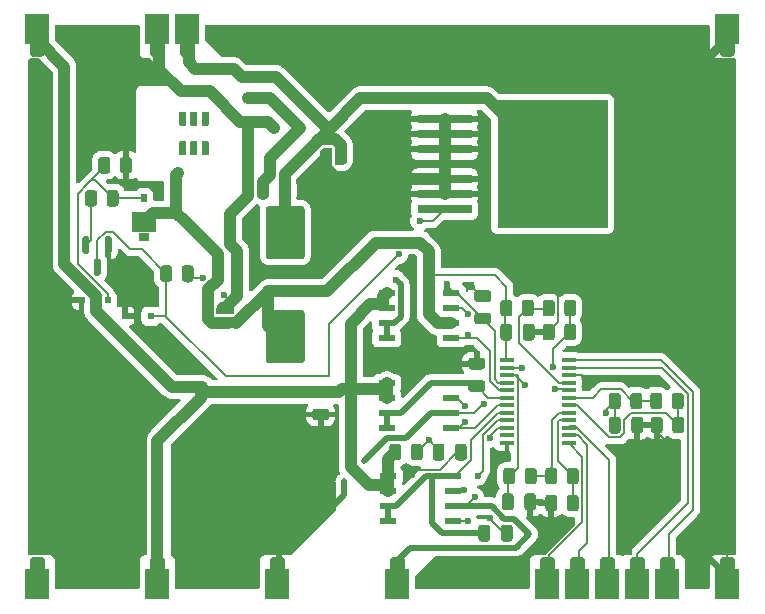
<source format=gbl>
G04 #@! TF.GenerationSoftware,KiCad,Pcbnew,9.0.1+1*
G04 #@! TF.CreationDate,2025-11-12T15:12:06+00:00*
G04 #@! TF.ProjectId,input-power-selector,696e7075-742d-4706-9f77-65722d73656c,rev?*
G04 #@! TF.SameCoordinates,Original*
G04 #@! TF.FileFunction,Copper,L2,Bot*
G04 #@! TF.FilePolarity,Positive*
%FSLAX46Y46*%
G04 Gerber Fmt 4.6, Leading zero omitted, Abs format (unit mm)*
G04 Created by KiCad (PCBNEW 9.0.1+1) date 2025-11-12 15:12:06*
%MOMM*%
%LPD*%
G01*
G04 APERTURE LIST*
G04 #@! TA.AperFunction,CastellatedPad*
%ADD10R,2.000000X2.540000*%
G04 #@! TD*
G04 #@! TA.AperFunction,SMDPad,CuDef*
%ADD11R,1.460500X0.558800*%
G04 #@! TD*
G04 #@! TA.AperFunction,SMDPad,CuDef*
%ADD12R,0.600000X0.600000*%
G04 #@! TD*
G04 #@! TA.AperFunction,SMDPad,CuDef*
%ADD13R,1.200000X0.400000*%
G04 #@! TD*
G04 #@! TA.AperFunction,SMDPad,CuDef*
%ADD14R,4.600000X0.800000*%
G04 #@! TD*
G04 #@! TA.AperFunction,SMDPad,CuDef*
%ADD15R,9.400000X10.800000*%
G04 #@! TD*
G04 #@! TA.AperFunction,SMDPad,CuDef*
%ADD16R,0.842900X0.736600*%
G04 #@! TD*
G04 #@! TA.AperFunction,SMDPad,CuDef*
%ADD17R,2.032000X1.778000*%
G04 #@! TD*
G04 #@! TA.AperFunction,SMDPad,CuDef*
%ADD18R,0.533400X0.685800*%
G04 #@! TD*
G04 #@! TA.AperFunction,ViaPad*
%ADD19C,0.600000*%
G04 #@! TD*
G04 #@! TA.AperFunction,ViaPad*
%ADD20C,0.500000*%
G04 #@! TD*
G04 #@! TA.AperFunction,Conductor*
%ADD21C,0.200000*%
G04 #@! TD*
G04 #@! TA.AperFunction,Conductor*
%ADD22C,1.000000*%
G04 #@! TD*
G04 #@! TA.AperFunction,Conductor*
%ADD23C,0.500000*%
G04 #@! TD*
G04 #@! TA.AperFunction,Conductor*
%ADD24C,0.750000*%
G04 #@! TD*
G04 APERTURE END LIST*
D10*
X23006300Y-65617000D03*
G04 #@! TA.AperFunction,ComponentPad*
G36*
G01*
X22631300Y-63292000D02*
X23381300Y-63292000D01*
G75*
G02*
X23631300Y-63542000I0J-250000D01*
G01*
X23631300Y-64292000D01*
G75*
G02*
X23381300Y-64542000I-250000J0D01*
G01*
X22631300Y-64542000D01*
G75*
G02*
X22381300Y-64292000I0J250000D01*
G01*
X22381300Y-63542000D01*
G75*
G02*
X22631300Y-63292000I250000J0D01*
G01*
G37*
G04 #@! TD.AperFunction*
X33166300Y-65617000D03*
G04 #@! TA.AperFunction,ComponentPad*
G36*
G01*
X32791300Y-63292000D02*
X33541300Y-63292000D01*
G75*
G02*
X33791300Y-63542000I0J-250000D01*
G01*
X33791300Y-64292000D01*
G75*
G02*
X33541300Y-64542000I-250000J0D01*
G01*
X32791300Y-64542000D01*
G75*
G02*
X32541300Y-64292000I0J250000D01*
G01*
X32541300Y-63542000D01*
G75*
G02*
X32791300Y-63292000I250000J0D01*
G01*
G37*
G04 #@! TD.AperFunction*
X43326300Y-65617000D03*
G04 #@! TA.AperFunction,ComponentPad*
G36*
G01*
X42951300Y-63292000D02*
X43701300Y-63292000D01*
G75*
G02*
X43951300Y-63542000I0J-250000D01*
G01*
X43951300Y-64292000D01*
G75*
G02*
X43701300Y-64542000I-250000J0D01*
G01*
X42951300Y-64542000D01*
G75*
G02*
X42701300Y-64292000I0J250000D01*
G01*
X42701300Y-63542000D01*
G75*
G02*
X42951300Y-63292000I250000J0D01*
G01*
G37*
G04 #@! TD.AperFunction*
X53486300Y-65617000D03*
G04 #@! TA.AperFunction,ComponentPad*
G36*
G01*
X53111300Y-63292000D02*
X53861300Y-63292000D01*
G75*
G02*
X54111300Y-63542000I0J-250000D01*
G01*
X54111300Y-64292000D01*
G75*
G02*
X53861300Y-64542000I-250000J0D01*
G01*
X53111300Y-64542000D01*
G75*
G02*
X52861300Y-64292000I0J250000D01*
G01*
X52861300Y-63542000D01*
G75*
G02*
X53111300Y-63292000I250000J0D01*
G01*
G37*
G04 #@! TD.AperFunction*
X66186300Y-65617000D03*
G04 #@! TA.AperFunction,ComponentPad*
G36*
G01*
X65811300Y-63292000D02*
X66561300Y-63292000D01*
G75*
G02*
X66811300Y-63542000I0J-250000D01*
G01*
X66811300Y-64292000D01*
G75*
G02*
X66561300Y-64542000I-250000J0D01*
G01*
X65811300Y-64542000D01*
G75*
G02*
X65561300Y-64292000I0J250000D01*
G01*
X65561300Y-63542000D01*
G75*
G02*
X65811300Y-63292000I250000J0D01*
G01*
G37*
G04 #@! TD.AperFunction*
X68726300Y-65617000D03*
G04 #@! TA.AperFunction,ComponentPad*
G36*
G01*
X68351300Y-63292000D02*
X69101300Y-63292000D01*
G75*
G02*
X69351300Y-63542000I0J-250000D01*
G01*
X69351300Y-64292000D01*
G75*
G02*
X69101300Y-64542000I-250000J0D01*
G01*
X68351300Y-64542000D01*
G75*
G02*
X68101300Y-64292000I0J250000D01*
G01*
X68101300Y-63542000D01*
G75*
G02*
X68351300Y-63292000I250000J0D01*
G01*
G37*
G04 #@! TD.AperFunction*
X71266300Y-65617000D03*
G04 #@! TA.AperFunction,ComponentPad*
G36*
G01*
X70891300Y-63292000D02*
X71641300Y-63292000D01*
G75*
G02*
X71891300Y-63542000I0J-250000D01*
G01*
X71891300Y-64292000D01*
G75*
G02*
X71641300Y-64542000I-250000J0D01*
G01*
X70891300Y-64542000D01*
G75*
G02*
X70641300Y-64292000I0J250000D01*
G01*
X70641300Y-63542000D01*
G75*
G02*
X70891300Y-63292000I250000J0D01*
G01*
G37*
G04 #@! TD.AperFunction*
X73806300Y-65617000D03*
G04 #@! TA.AperFunction,ComponentPad*
G36*
G01*
X73431300Y-63292000D02*
X74181300Y-63292000D01*
G75*
G02*
X74431300Y-63542000I0J-250000D01*
G01*
X74431300Y-64292000D01*
G75*
G02*
X74181300Y-64542000I-250000J0D01*
G01*
X73431300Y-64542000D01*
G75*
G02*
X73181300Y-64292000I0J250000D01*
G01*
X73181300Y-63542000D01*
G75*
G02*
X73431300Y-63292000I250000J0D01*
G01*
G37*
G04 #@! TD.AperFunction*
X76346300Y-65617000D03*
G04 #@! TA.AperFunction,ComponentPad*
G36*
G01*
X75971300Y-63292000D02*
X76721300Y-63292000D01*
G75*
G02*
X76971300Y-63542000I0J-250000D01*
G01*
X76971300Y-64292000D01*
G75*
G02*
X76721300Y-64542000I-250000J0D01*
G01*
X75971300Y-64542000D01*
G75*
G02*
X75721300Y-64292000I0J250000D01*
G01*
X75721300Y-63542000D01*
G75*
G02*
X75971300Y-63292000I250000J0D01*
G01*
G37*
G04 #@! TD.AperFunction*
X81426300Y-65617000D03*
G04 #@! TA.AperFunction,ComponentPad*
G36*
G01*
X81051300Y-63292000D02*
X81801300Y-63292000D01*
G75*
G02*
X82051300Y-63542000I0J-250000D01*
G01*
X82051300Y-64292000D01*
G75*
G02*
X81801300Y-64542000I-250000J0D01*
G01*
X81051300Y-64542000D01*
G75*
G02*
X80801300Y-64292000I0J250000D01*
G01*
X80801300Y-63542000D01*
G75*
G02*
X81051300Y-63292000I250000J0D01*
G01*
G37*
G04 #@! TD.AperFunction*
G04 #@! TA.AperFunction,ComponentPad*
G36*
G01*
X22631300Y-19692000D02*
X23381300Y-19692000D01*
G75*
G02*
X23631300Y-19942000I0J-250000D01*
G01*
X23631300Y-20692000D01*
G75*
G02*
X23381300Y-20942000I-250000J0D01*
G01*
X22631300Y-20942000D01*
G75*
G02*
X22381300Y-20692000I0J250000D01*
G01*
X22381300Y-19942000D01*
G75*
G02*
X22631300Y-19692000I250000J0D01*
G01*
G37*
G04 #@! TD.AperFunction*
X23006300Y-18617000D03*
G04 #@! TA.AperFunction,ComponentPad*
G36*
G01*
X32791300Y-19692000D02*
X33541300Y-19692000D01*
G75*
G02*
X33791300Y-19942000I0J-250000D01*
G01*
X33791300Y-20692000D01*
G75*
G02*
X33541300Y-20942000I-250000J0D01*
G01*
X32791300Y-20942000D01*
G75*
G02*
X32541300Y-20692000I0J250000D01*
G01*
X32541300Y-19942000D01*
G75*
G02*
X32791300Y-19692000I250000J0D01*
G01*
G37*
G04 #@! TD.AperFunction*
X33166300Y-18617000D03*
G04 #@! TA.AperFunction,ComponentPad*
G36*
G01*
X35331300Y-19692000D02*
X36081300Y-19692000D01*
G75*
G02*
X36331300Y-19942000I0J-250000D01*
G01*
X36331300Y-20692000D01*
G75*
G02*
X36081300Y-20942000I-250000J0D01*
G01*
X35331300Y-20942000D01*
G75*
G02*
X35081300Y-20692000I0J250000D01*
G01*
X35081300Y-19942000D01*
G75*
G02*
X35331300Y-19692000I250000J0D01*
G01*
G37*
G04 #@! TD.AperFunction*
X35706300Y-18617000D03*
G04 #@! TA.AperFunction,ComponentPad*
G36*
G01*
X81051300Y-19692000D02*
X81801300Y-19692000D01*
G75*
G02*
X82051300Y-19942000I0J-250000D01*
G01*
X82051300Y-20692000D01*
G75*
G02*
X81801300Y-20942000I-250000J0D01*
G01*
X81051300Y-20942000D01*
G75*
G02*
X80801300Y-20692000I0J250000D01*
G01*
X80801300Y-19942000D01*
G75*
G02*
X81051300Y-19692000I250000J0D01*
G01*
G37*
G04 #@! TD.AperFunction*
X81426300Y-18617000D03*
G04 #@! TA.AperFunction,SMDPad,CuDef*
G36*
X39665100Y-42985600D02*
G01*
X39665100Y-43485600D01*
X39660822Y-43485600D01*
X39660822Y-43550863D01*
X39627040Y-43676942D01*
X39561777Y-43789981D01*
X39469481Y-43882277D01*
X39356442Y-43947540D01*
X39230363Y-43981322D01*
X39165100Y-43981322D01*
X39165100Y-43985600D01*
X38665100Y-43985600D01*
X38665100Y-43981322D01*
X38599837Y-43981322D01*
X38473758Y-43947540D01*
X38360719Y-43882277D01*
X38268423Y-43789981D01*
X38203160Y-43676942D01*
X38169378Y-43550863D01*
X38169378Y-43485600D01*
X38165100Y-43485600D01*
X38165100Y-42985600D01*
X39665100Y-42985600D01*
G37*
G04 #@! TD.AperFunction*
G04 #@! TA.AperFunction,SMDPad,CuDef*
G36*
X38169378Y-42185600D02*
G01*
X38169378Y-42120337D01*
X38203160Y-41994258D01*
X38268423Y-41881219D01*
X38360719Y-41788923D01*
X38473758Y-41723660D01*
X38599837Y-41689878D01*
X38665100Y-41689878D01*
X38665100Y-41685600D01*
X39165100Y-41685600D01*
X39165100Y-41689878D01*
X39230363Y-41689878D01*
X39356442Y-41723660D01*
X39469481Y-41788923D01*
X39561777Y-41881219D01*
X39627040Y-41994258D01*
X39660822Y-42120337D01*
X39660822Y-42185600D01*
X39665100Y-42185600D01*
X39665100Y-42685600D01*
X38165100Y-42685600D01*
X38165100Y-42185600D01*
X38169378Y-42185600D01*
G37*
G04 #@! TD.AperFunction*
G04 #@! TA.AperFunction,SMDPad,CuDef*
G36*
G01*
X65990800Y-59186000D02*
X65990800Y-58286000D01*
G75*
G02*
X66240800Y-58036000I250000J0D01*
G01*
X66765800Y-58036000D01*
G75*
G02*
X67015800Y-58286000I0J-250000D01*
G01*
X67015800Y-59186000D01*
G75*
G02*
X66765800Y-59436000I-250000J0D01*
G01*
X66240800Y-59436000D01*
G75*
G02*
X65990800Y-59186000I0J250000D01*
G01*
G37*
G04 #@! TD.AperFunction*
G04 #@! TA.AperFunction,SMDPad,CuDef*
G36*
G01*
X67815800Y-59186000D02*
X67815800Y-58286000D01*
G75*
G02*
X68065800Y-58036000I250000J0D01*
G01*
X68590800Y-58036000D01*
G75*
G02*
X68840800Y-58286000I0J-250000D01*
G01*
X68840800Y-59186000D01*
G75*
G02*
X68590800Y-59436000I-250000J0D01*
G01*
X68065800Y-59436000D01*
G75*
G02*
X67815800Y-59186000I0J250000D01*
G01*
G37*
G04 #@! TD.AperFunction*
G04 #@! TA.AperFunction,SMDPad,CuDef*
G36*
G01*
X28158500Y-30585600D02*
X28158500Y-29685600D01*
G75*
G02*
X28408500Y-29435600I250000J0D01*
G01*
X28933500Y-29435600D01*
G75*
G02*
X29183500Y-29685600I0J-250000D01*
G01*
X29183500Y-30585600D01*
G75*
G02*
X28933500Y-30835600I-250000J0D01*
G01*
X28408500Y-30835600D01*
G75*
G02*
X28158500Y-30585600I0J250000D01*
G01*
G37*
G04 #@! TD.AperFunction*
G04 #@! TA.AperFunction,SMDPad,CuDef*
G36*
G01*
X29983500Y-30585600D02*
X29983500Y-29685600D01*
G75*
G02*
X30233500Y-29435600I250000J0D01*
G01*
X30758500Y-29435600D01*
G75*
G02*
X31008500Y-29685600I0J-250000D01*
G01*
X31008500Y-30585600D01*
G75*
G02*
X30758500Y-30835600I-250000J0D01*
G01*
X30233500Y-30835600D01*
G75*
G02*
X29983500Y-30585600I0J250000D01*
G01*
G37*
G04 #@! TD.AperFunction*
G04 #@! TA.AperFunction,ComponentPad*
G36*
G01*
X45385300Y-46891000D02*
X42585300Y-46891000D01*
G75*
G02*
X42335300Y-46641000I0J250000D01*
G01*
X42335300Y-42641000D01*
G75*
G02*
X42585300Y-42391000I250000J0D01*
G01*
X45385300Y-42391000D01*
G75*
G02*
X45635300Y-42641000I0J-250000D01*
G01*
X45635300Y-46641000D01*
G75*
G02*
X45385300Y-46891000I-250000J0D01*
G01*
G37*
G04 #@! TD.AperFunction*
G04 #@! TA.AperFunction,ComponentPad*
G36*
G01*
X42585300Y-33591000D02*
X45385300Y-33591000D01*
G75*
G02*
X45635300Y-33841000I0J-250000D01*
G01*
X45635300Y-37841000D01*
G75*
G02*
X45385300Y-38091000I-250000J0D01*
G01*
X42585300Y-38091000D01*
G75*
G02*
X42335300Y-37841000I0J250000D01*
G01*
X42335300Y-33841000D01*
G75*
G02*
X42585300Y-33591000I250000J0D01*
G01*
G37*
G04 #@! TD.AperFunction*
G04 #@! TA.AperFunction,SMDPad,CuDef*
G36*
G01*
X65780400Y-42676000D02*
X65780400Y-41776000D01*
G75*
G02*
X66030400Y-41526000I250000J0D01*
G01*
X66555400Y-41526000D01*
G75*
G02*
X66805400Y-41776000I0J-250000D01*
G01*
X66805400Y-42676000D01*
G75*
G02*
X66555400Y-42926000I-250000J0D01*
G01*
X66030400Y-42926000D01*
G75*
G02*
X65780400Y-42676000I0J250000D01*
G01*
G37*
G04 #@! TD.AperFunction*
G04 #@! TA.AperFunction,SMDPad,CuDef*
G36*
G01*
X67605400Y-42676000D02*
X67605400Y-41776000D01*
G75*
G02*
X67855400Y-41526000I250000J0D01*
G01*
X68380400Y-41526000D01*
G75*
G02*
X68630400Y-41776000I0J-250000D01*
G01*
X68630400Y-42676000D01*
G75*
G02*
X68380400Y-42926000I-250000J0D01*
G01*
X67855400Y-42926000D01*
G75*
G02*
X67605400Y-42676000I0J250000D01*
G01*
G37*
G04 #@! TD.AperFunction*
D11*
X58168300Y-56450000D03*
X58168300Y-57720000D03*
X58168300Y-58990000D03*
X58168300Y-60260000D03*
X52720000Y-60260000D03*
X52720000Y-58990000D03*
X52720000Y-57720000D03*
X52720000Y-56450000D03*
G04 #@! TA.AperFunction,SMDPad,CuDef*
G36*
G01*
X60675300Y-49330000D02*
X59725300Y-49330000D01*
G75*
G02*
X59475300Y-49080000I0J250000D01*
G01*
X59475300Y-48580000D01*
G75*
G02*
X59725300Y-48330000I250000J0D01*
G01*
X60675300Y-48330000D01*
G75*
G02*
X60925300Y-48580000I0J-250000D01*
G01*
X60925300Y-49080000D01*
G75*
G02*
X60675300Y-49330000I-250000J0D01*
G01*
G37*
G04 #@! TD.AperFunction*
G04 #@! TA.AperFunction,SMDPad,CuDef*
G36*
G01*
X60675300Y-47430000D02*
X59725300Y-47430000D01*
G75*
G02*
X59475300Y-47180000I0J250000D01*
G01*
X59475300Y-46680000D01*
G75*
G02*
X59725300Y-46430000I250000J0D01*
G01*
X60675300Y-46430000D01*
G75*
G02*
X60925300Y-46680000I0J-250000D01*
G01*
X60925300Y-47180000D01*
G75*
G02*
X60675300Y-47430000I-250000J0D01*
G01*
G37*
G04 #@! TD.AperFunction*
D12*
X26748500Y-41565600D03*
X28948500Y-41565600D03*
G04 #@! TA.AperFunction,SMDPad,CuDef*
G36*
G01*
X74880800Y-50550000D02*
X74880800Y-49650000D01*
G75*
G02*
X75130800Y-49400000I250000J0D01*
G01*
X75655800Y-49400000D01*
G75*
G02*
X75905800Y-49650000I0J-250000D01*
G01*
X75905800Y-50550000D01*
G75*
G02*
X75655800Y-50800000I-250000J0D01*
G01*
X75130800Y-50800000D01*
G75*
G02*
X74880800Y-50550000I0J250000D01*
G01*
G37*
G04 #@! TD.AperFunction*
G04 #@! TA.AperFunction,SMDPad,CuDef*
G36*
G01*
X76705800Y-50550000D02*
X76705800Y-49650000D01*
G75*
G02*
X76955800Y-49400000I250000J0D01*
G01*
X77480800Y-49400000D01*
G75*
G02*
X77730800Y-49650000I0J-250000D01*
G01*
X77730800Y-50550000D01*
G75*
G02*
X77480800Y-50800000I-250000J0D01*
G01*
X76955800Y-50800000D01*
G75*
G02*
X76705800Y-50550000I0J250000D01*
G01*
G37*
G04 #@! TD.AperFunction*
G04 #@! TA.AperFunction,SMDPad,CuDef*
G36*
G01*
X65780400Y-44708000D02*
X65780400Y-43808000D01*
G75*
G02*
X66030400Y-43558000I250000J0D01*
G01*
X66555400Y-43558000D01*
G75*
G02*
X66805400Y-43808000I0J-250000D01*
G01*
X66805400Y-44708000D01*
G75*
G02*
X66555400Y-44958000I-250000J0D01*
G01*
X66030400Y-44958000D01*
G75*
G02*
X65780400Y-44708000I0J250000D01*
G01*
G37*
G04 #@! TD.AperFunction*
G04 #@! TA.AperFunction,SMDPad,CuDef*
G36*
G01*
X67605400Y-44708000D02*
X67605400Y-43808000D01*
G75*
G02*
X67855400Y-43558000I250000J0D01*
G01*
X68380400Y-43558000D01*
G75*
G02*
X68630400Y-43808000I0J-250000D01*
G01*
X68630400Y-44708000D01*
G75*
G02*
X68380400Y-44958000I-250000J0D01*
G01*
X67855400Y-44958000D01*
G75*
G02*
X67605400Y-44708000I0J250000D01*
G01*
G37*
G04 #@! TD.AperFunction*
G04 #@! TA.AperFunction,SMDPad,CuDef*
G36*
G01*
X74284300Y-51657000D02*
X74284300Y-52607000D01*
G75*
G02*
X74034300Y-52857000I-250000J0D01*
G01*
X73534300Y-52857000D01*
G75*
G02*
X73284300Y-52607000I0J250000D01*
G01*
X73284300Y-51657000D01*
G75*
G02*
X73534300Y-51407000I250000J0D01*
G01*
X74034300Y-51407000D01*
G75*
G02*
X74284300Y-51657000I0J-250000D01*
G01*
G37*
G04 #@! TD.AperFunction*
G04 #@! TA.AperFunction,SMDPad,CuDef*
G36*
G01*
X72384300Y-51657000D02*
X72384300Y-52607000D01*
G75*
G02*
X72134300Y-52857000I-250000J0D01*
G01*
X71634300Y-52857000D01*
G75*
G02*
X71384300Y-52607000I0J250000D01*
G01*
X71384300Y-51657000D01*
G75*
G02*
X71634300Y-51407000I250000J0D01*
G01*
X72134300Y-51407000D01*
G75*
G02*
X72384300Y-51657000I0J-250000D01*
G01*
G37*
G04 #@! TD.AperFunction*
G04 #@! TA.AperFunction,SMDPad,CuDef*
G36*
G01*
X27039000Y-33379600D02*
X27039000Y-32479600D01*
G75*
G02*
X27289000Y-32229600I250000J0D01*
G01*
X27814000Y-32229600D01*
G75*
G02*
X28064000Y-32479600I0J-250000D01*
G01*
X28064000Y-33379600D01*
G75*
G02*
X27814000Y-33629600I-250000J0D01*
G01*
X27289000Y-33629600D01*
G75*
G02*
X27039000Y-33379600I0J250000D01*
G01*
G37*
G04 #@! TD.AperFunction*
G04 #@! TA.AperFunction,SMDPad,CuDef*
G36*
G01*
X28864000Y-33379600D02*
X28864000Y-32479600D01*
G75*
G02*
X29114000Y-32229600I250000J0D01*
G01*
X29639000Y-32229600D01*
G75*
G02*
X29889000Y-32479600I0J-250000D01*
G01*
X29889000Y-33379600D01*
G75*
G02*
X29639000Y-33629600I-250000J0D01*
G01*
X29114000Y-33629600D01*
G75*
G02*
X28864000Y-33379600I0J250000D01*
G01*
G37*
G04 #@! TD.AperFunction*
G04 #@! TA.AperFunction,SMDPad,CuDef*
G36*
G01*
X62434800Y-56900000D02*
X62434800Y-56000000D01*
G75*
G02*
X62684800Y-55750000I250000J0D01*
G01*
X63209800Y-55750000D01*
G75*
G02*
X63459800Y-56000000I0J-250000D01*
G01*
X63459800Y-56900000D01*
G75*
G02*
X63209800Y-57150000I-250000J0D01*
G01*
X62684800Y-57150000D01*
G75*
G02*
X62434800Y-56900000I0J250000D01*
G01*
G37*
G04 #@! TD.AperFunction*
G04 #@! TA.AperFunction,SMDPad,CuDef*
G36*
G01*
X64259800Y-56900000D02*
X64259800Y-56000000D01*
G75*
G02*
X64509800Y-55750000I250000J0D01*
G01*
X65034800Y-55750000D01*
G75*
G02*
X65284800Y-56000000I0J-250000D01*
G01*
X65284800Y-56900000D01*
G75*
G02*
X65034800Y-57150000I-250000J0D01*
G01*
X64509800Y-57150000D01*
G75*
G02*
X64259800Y-56900000I0J250000D01*
G01*
G37*
G04 #@! TD.AperFunction*
G04 #@! TA.AperFunction,SMDPad,CuDef*
G36*
G01*
X65990800Y-56900000D02*
X65990800Y-56000000D01*
G75*
G02*
X66240800Y-55750000I250000J0D01*
G01*
X66765800Y-55750000D01*
G75*
G02*
X67015800Y-56000000I0J-250000D01*
G01*
X67015800Y-56900000D01*
G75*
G02*
X66765800Y-57150000I-250000J0D01*
G01*
X66240800Y-57150000D01*
G75*
G02*
X65990800Y-56900000I0J250000D01*
G01*
G37*
G04 #@! TD.AperFunction*
G04 #@! TA.AperFunction,SMDPad,CuDef*
G36*
G01*
X67815800Y-56900000D02*
X67815800Y-56000000D01*
G75*
G02*
X68065800Y-55750000I250000J0D01*
G01*
X68590800Y-55750000D01*
G75*
G02*
X68840800Y-56000000I0J-250000D01*
G01*
X68840800Y-56900000D01*
G75*
G02*
X68590800Y-57150000I-250000J0D01*
G01*
X68065800Y-57150000D01*
G75*
G02*
X67815800Y-56900000I0J250000D01*
G01*
G37*
G04 #@! TD.AperFunction*
G04 #@! TA.AperFunction,SMDPad,CuDef*
G36*
G01*
X56464300Y-54893000D02*
X56464300Y-53943000D01*
G75*
G02*
X56714300Y-53693000I250000J0D01*
G01*
X57214300Y-53693000D01*
G75*
G02*
X57464300Y-53943000I0J-250000D01*
G01*
X57464300Y-54893000D01*
G75*
G02*
X57214300Y-55143000I-250000J0D01*
G01*
X56714300Y-55143000D01*
G75*
G02*
X56464300Y-54893000I0J250000D01*
G01*
G37*
G04 #@! TD.AperFunction*
G04 #@! TA.AperFunction,SMDPad,CuDef*
G36*
G01*
X58364300Y-54893000D02*
X58364300Y-53943000D01*
G75*
G02*
X58614300Y-53693000I250000J0D01*
G01*
X59114300Y-53693000D01*
G75*
G02*
X59364300Y-53943000I0J-250000D01*
G01*
X59364300Y-54893000D01*
G75*
G02*
X59114300Y-55143000I-250000J0D01*
G01*
X58614300Y-55143000D01*
G75*
G02*
X58364300Y-54893000I0J250000D01*
G01*
G37*
G04 #@! TD.AperFunction*
G04 #@! TA.AperFunction,SMDPad,CuDef*
G36*
G01*
X71371800Y-50550000D02*
X71371800Y-49650000D01*
G75*
G02*
X71621800Y-49400000I250000J0D01*
G01*
X72146800Y-49400000D01*
G75*
G02*
X72396800Y-49650000I0J-250000D01*
G01*
X72396800Y-50550000D01*
G75*
G02*
X72146800Y-50800000I-250000J0D01*
G01*
X71621800Y-50800000D01*
G75*
G02*
X71371800Y-50550000I0J250000D01*
G01*
G37*
G04 #@! TD.AperFunction*
G04 #@! TA.AperFunction,SMDPad,CuDef*
G36*
G01*
X73196800Y-50550000D02*
X73196800Y-49650000D01*
G75*
G02*
X73446800Y-49400000I250000J0D01*
G01*
X73971800Y-49400000D01*
G75*
G02*
X74221800Y-49650000I0J-250000D01*
G01*
X74221800Y-50550000D01*
G75*
G02*
X73971800Y-50800000I-250000J0D01*
G01*
X73446800Y-50800000D01*
G75*
G02*
X73196800Y-50550000I0J250000D01*
G01*
G37*
G04 #@! TD.AperFunction*
G04 #@! TA.AperFunction,SMDPad,CuDef*
G36*
G01*
X44449800Y-31821000D02*
X44449800Y-32721000D01*
G75*
G02*
X44199800Y-32971000I-250000J0D01*
G01*
X43674800Y-32971000D01*
G75*
G02*
X43424800Y-32721000I0J250000D01*
G01*
X43424800Y-31821000D01*
G75*
G02*
X43674800Y-31571000I250000J0D01*
G01*
X44199800Y-31571000D01*
G75*
G02*
X44449800Y-31821000I0J-250000D01*
G01*
G37*
G04 #@! TD.AperFunction*
G04 #@! TA.AperFunction,SMDPad,CuDef*
G36*
G01*
X42624800Y-31821000D02*
X42624800Y-32721000D01*
G75*
G02*
X42374800Y-32971000I-250000J0D01*
G01*
X41849800Y-32971000D01*
G75*
G02*
X41599800Y-32721000I0J250000D01*
G01*
X41599800Y-31821000D01*
G75*
G02*
X41849800Y-31571000I250000J0D01*
G01*
X42374800Y-31571000D01*
G75*
G02*
X42624800Y-31821000I0J-250000D01*
G01*
G37*
G04 #@! TD.AperFunction*
G04 #@! TA.AperFunction,SMDPad,CuDef*
G36*
G01*
X35079750Y-25585999D02*
X35522250Y-25585999D01*
G75*
G02*
X35596000Y-25659749I0J-73750D01*
G01*
X35596000Y-26722249D01*
G75*
G02*
X35522250Y-26795999I-73750J0D01*
G01*
X35079750Y-26795999D01*
G75*
G02*
X35006000Y-26722249I0J73750D01*
G01*
X35006000Y-25659749D01*
G75*
G02*
X35079750Y-25585999I73750J0D01*
G01*
G37*
G04 #@! TD.AperFunction*
G04 #@! TA.AperFunction,SMDPad,CuDef*
G36*
G01*
X36029750Y-25585999D02*
X36472250Y-25585999D01*
G75*
G02*
X36546000Y-25659749I0J-73750D01*
G01*
X36546000Y-26722249D01*
G75*
G02*
X36472250Y-26795999I-73750J0D01*
G01*
X36029750Y-26795999D01*
G75*
G02*
X35956000Y-26722249I0J73750D01*
G01*
X35956000Y-25659749D01*
G75*
G02*
X36029750Y-25585999I73750J0D01*
G01*
G37*
G04 #@! TD.AperFunction*
G04 #@! TA.AperFunction,SMDPad,CuDef*
G36*
G01*
X36979750Y-25585999D02*
X37422250Y-25585999D01*
G75*
G02*
X37496000Y-25659749I0J-73750D01*
G01*
X37496000Y-26722249D01*
G75*
G02*
X37422250Y-26795999I-73750J0D01*
G01*
X36979750Y-26795999D01*
G75*
G02*
X36906000Y-26722249I0J73750D01*
G01*
X36906000Y-25659749D01*
G75*
G02*
X36979750Y-25585999I73750J0D01*
G01*
G37*
G04 #@! TD.AperFunction*
G04 #@! TA.AperFunction,SMDPad,CuDef*
G36*
G01*
X36979750Y-28095999D02*
X37422250Y-28095999D01*
G75*
G02*
X37496000Y-28169749I0J-73750D01*
G01*
X37496000Y-29232249D01*
G75*
G02*
X37422250Y-29305999I-73750J0D01*
G01*
X36979750Y-29305999D01*
G75*
G02*
X36906000Y-29232249I0J73750D01*
G01*
X36906000Y-28169749D01*
G75*
G02*
X36979750Y-28095999I73750J0D01*
G01*
G37*
G04 #@! TD.AperFunction*
G04 #@! TA.AperFunction,SMDPad,CuDef*
G36*
G01*
X36029750Y-28095999D02*
X36472250Y-28095999D01*
G75*
G02*
X36546000Y-28169749I0J-73750D01*
G01*
X36546000Y-29232249D01*
G75*
G02*
X36472250Y-29305999I-73750J0D01*
G01*
X36029750Y-29305999D01*
G75*
G02*
X35956000Y-29232249I0J73750D01*
G01*
X35956000Y-28169749D01*
G75*
G02*
X36029750Y-28095999I73750J0D01*
G01*
G37*
G04 #@! TD.AperFunction*
G04 #@! TA.AperFunction,SMDPad,CuDef*
G36*
G01*
X35079750Y-28095999D02*
X35522250Y-28095999D01*
G75*
G02*
X35596000Y-28169749I0J-73750D01*
G01*
X35596000Y-29232249D01*
G75*
G02*
X35522250Y-29305999I-73750J0D01*
G01*
X35079750Y-29305999D01*
G75*
G02*
X35006000Y-29232249I0J73750D01*
G01*
X35006000Y-28169749D01*
G75*
G02*
X35079750Y-28095999I73750J0D01*
G01*
G37*
G04 #@! TD.AperFunction*
G04 #@! TA.AperFunction,SMDPad,CuDef*
G36*
X48214300Y-28649000D02*
G01*
X48714300Y-28649000D01*
X48714300Y-28653278D01*
X48779563Y-28653278D01*
X48905642Y-28687060D01*
X49018681Y-28752323D01*
X49110977Y-28844619D01*
X49176240Y-28957658D01*
X49210022Y-29083737D01*
X49210022Y-29149000D01*
X49214300Y-29149000D01*
X49214300Y-29649000D01*
X49210022Y-29649000D01*
X49210022Y-29714263D01*
X49176240Y-29840342D01*
X49110977Y-29953381D01*
X49018681Y-30045677D01*
X48905642Y-30110940D01*
X48779563Y-30144722D01*
X48714300Y-30144722D01*
X48714300Y-30149000D01*
X48214300Y-30149000D01*
X48214300Y-28649000D01*
G37*
G04 #@! TD.AperFunction*
G04 #@! TA.AperFunction,SMDPad,CuDef*
G36*
X47414300Y-30144722D02*
G01*
X47349037Y-30144722D01*
X47222958Y-30110940D01*
X47109919Y-30045677D01*
X47017623Y-29953381D01*
X46952360Y-29840342D01*
X46918578Y-29714263D01*
X46918578Y-29649000D01*
X46914300Y-29649000D01*
X46914300Y-29149000D01*
X46918578Y-29149000D01*
X46918578Y-29083737D01*
X46952360Y-28957658D01*
X47017623Y-28844619D01*
X47109919Y-28752323D01*
X47222958Y-28687060D01*
X47349037Y-28653278D01*
X47414300Y-28653278D01*
X47414300Y-28649000D01*
X47914300Y-28649000D01*
X47914300Y-30149000D01*
X47414300Y-30149000D01*
X47414300Y-30144722D01*
G37*
G04 #@! TD.AperFunction*
D13*
X67972700Y-46645600D03*
X67972700Y-47280600D03*
X67972700Y-47915600D03*
X67972700Y-48550600D03*
X67972700Y-49185600D03*
X67972700Y-49820600D03*
X67972700Y-50455600D03*
X67972700Y-51090600D03*
X67972700Y-51725600D03*
X67972700Y-52360600D03*
X67972700Y-52995600D03*
X67972700Y-53630600D03*
X62772700Y-53630600D03*
X62772700Y-52995600D03*
X62772700Y-52360600D03*
X62772700Y-51725600D03*
X62772700Y-51090600D03*
X62772700Y-50455600D03*
X62772700Y-49820600D03*
X62772700Y-49185600D03*
X62772700Y-48550600D03*
X62772700Y-47915600D03*
X62772700Y-47280600D03*
X62772700Y-46645600D03*
G04 #@! TA.AperFunction,SMDPad,CuDef*
G36*
G01*
X62197100Y-42676000D02*
X62197100Y-41776000D01*
G75*
G02*
X62447100Y-41526000I250000J0D01*
G01*
X62972100Y-41526000D01*
G75*
G02*
X63222100Y-41776000I0J-250000D01*
G01*
X63222100Y-42676000D01*
G75*
G02*
X62972100Y-42926000I-250000J0D01*
G01*
X62447100Y-42926000D01*
G75*
G02*
X62197100Y-42676000I0J250000D01*
G01*
G37*
G04 #@! TD.AperFunction*
G04 #@! TA.AperFunction,SMDPad,CuDef*
G36*
G01*
X64022100Y-42676000D02*
X64022100Y-41776000D01*
G75*
G02*
X64272100Y-41526000I250000J0D01*
G01*
X64797100Y-41526000D01*
G75*
G02*
X65047100Y-41776000I0J-250000D01*
G01*
X65047100Y-42676000D01*
G75*
G02*
X64797100Y-42926000I-250000J0D01*
G01*
X64272100Y-42926000D01*
G75*
G02*
X64022100Y-42676000I0J250000D01*
G01*
G37*
G04 #@! TD.AperFunction*
D12*
X43055300Y-26986000D03*
X45255300Y-26986000D03*
G04 #@! TA.AperFunction,SMDPad,CuDef*
G36*
G01*
X55632800Y-53968000D02*
X55632800Y-54868000D01*
G75*
G02*
X55382800Y-55118000I-250000J0D01*
G01*
X54857800Y-55118000D01*
G75*
G02*
X54607800Y-54868000I0J250000D01*
G01*
X54607800Y-53968000D01*
G75*
G02*
X54857800Y-53718000I250000J0D01*
G01*
X55382800Y-53718000D01*
G75*
G02*
X55632800Y-53968000I0J-250000D01*
G01*
G37*
G04 #@! TD.AperFunction*
G04 #@! TA.AperFunction,SMDPad,CuDef*
G36*
G01*
X53807800Y-53968000D02*
X53807800Y-54868000D01*
G75*
G02*
X53557800Y-55118000I-250000J0D01*
G01*
X53032800Y-55118000D01*
G75*
G02*
X52782800Y-54868000I0J250000D01*
G01*
X52782800Y-53968000D01*
G75*
G02*
X53032800Y-53718000I250000J0D01*
G01*
X53557800Y-53718000D01*
G75*
G02*
X53807800Y-53968000I0J-250000D01*
G01*
G37*
G04 #@! TD.AperFunction*
G04 #@! TA.AperFunction,SMDPad,CuDef*
G36*
G01*
X26959500Y-36159100D02*
X27259500Y-36159100D01*
G75*
G02*
X27409500Y-36309100I0J-150000D01*
G01*
X27409500Y-37484100D01*
G75*
G02*
X27259500Y-37634100I-150000J0D01*
G01*
X26959500Y-37634100D01*
G75*
G02*
X26809500Y-37484100I0J150000D01*
G01*
X26809500Y-36309100D01*
G75*
G02*
X26959500Y-36159100I150000J0D01*
G01*
G37*
G04 #@! TD.AperFunction*
G04 #@! TA.AperFunction,SMDPad,CuDef*
G36*
G01*
X28859500Y-36159100D02*
X29159500Y-36159100D01*
G75*
G02*
X29309500Y-36309100I0J-150000D01*
G01*
X29309500Y-37484100D01*
G75*
G02*
X29159500Y-37634100I-150000J0D01*
G01*
X28859500Y-37634100D01*
G75*
G02*
X28709500Y-37484100I0J150000D01*
G01*
X28709500Y-36309100D01*
G75*
G02*
X28859500Y-36159100I150000J0D01*
G01*
G37*
G04 #@! TD.AperFunction*
G04 #@! TA.AperFunction,SMDPad,CuDef*
G36*
G01*
X27909500Y-38034100D02*
X28209500Y-38034100D01*
G75*
G02*
X28359500Y-38184100I0J-150000D01*
G01*
X28359500Y-39359100D01*
G75*
G02*
X28209500Y-39509100I-150000J0D01*
G01*
X27909500Y-39509100D01*
G75*
G02*
X27759500Y-39359100I0J150000D01*
G01*
X27759500Y-38184100D01*
G75*
G02*
X27909500Y-38034100I150000J0D01*
G01*
G37*
G04 #@! TD.AperFunction*
D11*
X58028600Y-48576000D03*
X58028600Y-49846000D03*
X58028600Y-51116000D03*
X58028600Y-52386000D03*
X52580300Y-52386000D03*
X52580300Y-51116000D03*
X52580300Y-49846000D03*
X52580300Y-48576000D03*
D12*
X30415900Y-42911800D03*
X32615900Y-42911800D03*
G04 #@! TA.AperFunction,SMDPad,CuDef*
G36*
G01*
X74927800Y-52582000D02*
X74927800Y-51682000D01*
G75*
G02*
X75177800Y-51432000I250000J0D01*
G01*
X75702800Y-51432000D01*
G75*
G02*
X75952800Y-51682000I0J-250000D01*
G01*
X75952800Y-52582000D01*
G75*
G02*
X75702800Y-52832000I-250000J0D01*
G01*
X75177800Y-52832000D01*
G75*
G02*
X74927800Y-52582000I0J250000D01*
G01*
G37*
G04 #@! TD.AperFunction*
G04 #@! TA.AperFunction,SMDPad,CuDef*
G36*
G01*
X76752800Y-52582000D02*
X76752800Y-51682000D01*
G75*
G02*
X77002800Y-51432000I250000J0D01*
G01*
X77527800Y-51432000D01*
G75*
G02*
X77777800Y-51682000I0J-250000D01*
G01*
X77777800Y-52582000D01*
G75*
G02*
X77527800Y-52832000I-250000J0D01*
G01*
X77002800Y-52832000D01*
G75*
G02*
X76752800Y-52582000I0J250000D01*
G01*
G37*
G04 #@! TD.AperFunction*
D14*
X57473300Y-33844000D03*
X57473300Y-32574000D03*
X57473300Y-31304000D03*
D15*
X66623300Y-30034000D03*
D14*
X57473300Y-28764000D03*
X57473300Y-27494000D03*
X57473300Y-26224000D03*
G04 #@! TA.AperFunction,SMDPad,CuDef*
G36*
G01*
X61183300Y-43610000D02*
X60233300Y-43610000D01*
G75*
G02*
X59983300Y-43360000I0J250000D01*
G01*
X59983300Y-42860000D01*
G75*
G02*
X60233300Y-42610000I250000J0D01*
G01*
X61183300Y-42610000D01*
G75*
G02*
X61433300Y-42860000I0J-250000D01*
G01*
X61433300Y-43360000D01*
G75*
G02*
X61183300Y-43610000I-250000J0D01*
G01*
G37*
G04 #@! TD.AperFunction*
G04 #@! TA.AperFunction,SMDPad,CuDef*
G36*
G01*
X61183300Y-41710000D02*
X60233300Y-41710000D01*
G75*
G02*
X59983300Y-41460000I0J250000D01*
G01*
X59983300Y-40960000D01*
G75*
G02*
X60233300Y-40710000I250000J0D01*
G01*
X61183300Y-40710000D01*
G75*
G02*
X61433300Y-40960000I0J-250000D01*
G01*
X61433300Y-41460000D01*
G75*
G02*
X61183300Y-41710000I-250000J0D01*
G01*
G37*
G04 #@! TD.AperFunction*
G04 #@! TA.AperFunction,SMDPad,CuDef*
G36*
G01*
X65099400Y-43783000D02*
X65099400Y-44733000D01*
G75*
G02*
X64849400Y-44983000I-250000J0D01*
G01*
X64349400Y-44983000D01*
G75*
G02*
X64099400Y-44733000I0J250000D01*
G01*
X64099400Y-43783000D01*
G75*
G02*
X64349400Y-43533000I250000J0D01*
G01*
X64849400Y-43533000D01*
G75*
G02*
X65099400Y-43783000I0J-250000D01*
G01*
G37*
G04 #@! TD.AperFunction*
G04 #@! TA.AperFunction,SMDPad,CuDef*
G36*
G01*
X63199400Y-43783000D02*
X63199400Y-44733000D01*
G75*
G02*
X62949400Y-44983000I-250000J0D01*
G01*
X62449400Y-44983000D01*
G75*
G02*
X62199400Y-44733000I0J250000D01*
G01*
X62199400Y-43783000D01*
G75*
G02*
X62449400Y-43533000I250000J0D01*
G01*
X62949400Y-43533000D01*
G75*
G02*
X63199400Y-43783000I0J-250000D01*
G01*
G37*
G04 #@! TD.AperFunction*
G04 #@! TA.AperFunction,SMDPad,CuDef*
G36*
G01*
X65225300Y-58159400D02*
X65225300Y-59109400D01*
G75*
G02*
X64975300Y-59359400I-250000J0D01*
G01*
X64475300Y-59359400D01*
G75*
G02*
X64225300Y-59109400I0J250000D01*
G01*
X64225300Y-58159400D01*
G75*
G02*
X64475300Y-57909400I250000J0D01*
G01*
X64975300Y-57909400D01*
G75*
G02*
X65225300Y-58159400I0J-250000D01*
G01*
G37*
G04 #@! TD.AperFunction*
G04 #@! TA.AperFunction,SMDPad,CuDef*
G36*
G01*
X63325300Y-58159400D02*
X63325300Y-59109400D01*
G75*
G02*
X63075300Y-59359400I-250000J0D01*
G01*
X62575300Y-59359400D01*
G75*
G02*
X62325300Y-59109400I0J250000D01*
G01*
X62325300Y-58159400D01*
G75*
G02*
X62575300Y-57909400I250000J0D01*
G01*
X63075300Y-57909400D01*
G75*
G02*
X63325300Y-58159400I0J-250000D01*
G01*
G37*
G04 #@! TD.AperFunction*
D16*
X32029350Y-36193500D03*
D17*
X32031700Y-34936200D03*
D18*
X32031700Y-32916900D03*
G04 #@! TA.AperFunction,SMDPad,CuDef*
G36*
G01*
X46517300Y-48838000D02*
X47467300Y-48838000D01*
G75*
G02*
X47717300Y-49088000I0J-250000D01*
G01*
X47717300Y-49588000D01*
G75*
G02*
X47467300Y-49838000I-250000J0D01*
G01*
X46517300Y-49838000D01*
G75*
G02*
X46267300Y-49588000I0J250000D01*
G01*
X46267300Y-49088000D01*
G75*
G02*
X46517300Y-48838000I250000J0D01*
G01*
G37*
G04 #@! TD.AperFunction*
G04 #@! TA.AperFunction,SMDPad,CuDef*
G36*
G01*
X46517300Y-50738000D02*
X47467300Y-50738000D01*
G75*
G02*
X47717300Y-50988000I0J-250000D01*
G01*
X47717300Y-51488000D01*
G75*
G02*
X47467300Y-51738000I-250000J0D01*
G01*
X46517300Y-51738000D01*
G75*
G02*
X46267300Y-51488000I0J250000D01*
G01*
X46267300Y-50988000D01*
G75*
G02*
X46517300Y-50738000I250000J0D01*
G01*
G37*
G04 #@! TD.AperFunction*
D11*
X58028600Y-40956000D03*
X58028600Y-42226000D03*
X58028600Y-43496000D03*
X58028600Y-44766000D03*
X52580300Y-44766000D03*
X52580300Y-43496000D03*
X52580300Y-42226000D03*
X52580300Y-40956000D03*
G04 #@! TA.AperFunction,SMDPad,CuDef*
G36*
G01*
X60340300Y-61751000D02*
X60340300Y-60801000D01*
G75*
G02*
X60590300Y-60551000I250000J0D01*
G01*
X61090300Y-60551000D01*
G75*
G02*
X61340300Y-60801000I0J-250000D01*
G01*
X61340300Y-61751000D01*
G75*
G02*
X61090300Y-62001000I-250000J0D01*
G01*
X60590300Y-62001000D01*
G75*
G02*
X60340300Y-61751000I0J250000D01*
G01*
G37*
G04 #@! TD.AperFunction*
G04 #@! TA.AperFunction,SMDPad,CuDef*
G36*
G01*
X62240300Y-61751000D02*
X62240300Y-60801000D01*
G75*
G02*
X62490300Y-60551000I250000J0D01*
G01*
X62990300Y-60551000D01*
G75*
G02*
X63240300Y-60801000I0J-250000D01*
G01*
X63240300Y-61751000D01*
G75*
G02*
X62990300Y-62001000I-250000J0D01*
G01*
X62490300Y-62001000D01*
G75*
G02*
X62240300Y-61751000I0J250000D01*
G01*
G37*
G04 #@! TD.AperFunction*
G04 #@! TA.AperFunction,SMDPad,CuDef*
G36*
G01*
X36242800Y-38855000D02*
X36242800Y-39755000D01*
G75*
G02*
X35992800Y-40005000I-250000J0D01*
G01*
X35467800Y-40005000D01*
G75*
G02*
X35217800Y-39755000I0J250000D01*
G01*
X35217800Y-38855000D01*
G75*
G02*
X35467800Y-38605000I250000J0D01*
G01*
X35992800Y-38605000D01*
G75*
G02*
X36242800Y-38855000I0J-250000D01*
G01*
G37*
G04 #@! TD.AperFunction*
G04 #@! TA.AperFunction,SMDPad,CuDef*
G36*
G01*
X34417800Y-38855000D02*
X34417800Y-39755000D01*
G75*
G02*
X34167800Y-40005000I-250000J0D01*
G01*
X33642800Y-40005000D01*
G75*
G02*
X33392800Y-39755000I0J250000D01*
G01*
X33392800Y-38855000D01*
G75*
G02*
X33642800Y-38605000I250000J0D01*
G01*
X34167800Y-38605000D01*
G75*
G02*
X34417800Y-38855000I0J-250000D01*
G01*
G37*
G04 #@! TD.AperFunction*
D19*
X53596300Y-37680800D03*
X55374300Y-34860000D03*
X59438300Y-44512000D03*
X59438300Y-42734000D03*
X64264300Y-48703000D03*
X60858079Y-50319831D03*
D20*
X48998900Y-56907200D03*
X50675300Y-55180000D03*
D19*
X59199298Y-50516000D03*
X59184300Y-51878000D03*
X60292300Y-56450000D03*
X59438300Y-60260000D03*
X59092300Y-57648160D03*
X60038300Y-58253400D03*
X71122300Y-51116000D03*
X64010300Y-47306000D03*
X61307565Y-53239265D03*
X56136300Y-53402000D03*
X24530300Y-41542000D03*
X47009300Y-58687000D03*
X58549300Y-46798000D03*
X72790300Y-61735000D03*
X35071300Y-62116000D03*
X62359300Y-55053000D03*
X59819300Y-40448000D03*
X57042300Y-63767000D03*
X61360300Y-59957000D03*
X31642300Y-62497000D03*
X76854300Y-54115000D03*
X67439300Y-40448000D03*
X65424300Y-60338000D03*
X54739300Y-56323000D03*
X35325300Y-47511000D03*
X27705300Y-21730000D03*
X81045300Y-62116000D03*
X29610300Y-38875000D03*
X31007300Y-31890000D03*
X69344300Y-48146000D03*
X66663465Y-47192835D03*
X66804300Y-49084000D03*
X37000300Y-39686000D03*
X38813500Y-41108400D03*
X53346950Y-39813000D03*
X57660300Y-40194000D03*
D21*
X33905300Y-39305000D02*
X31825500Y-37225200D01*
X29390100Y-35749000D02*
X28779048Y-35749000D01*
X33905300Y-42941000D02*
X38981500Y-48017200D01*
X28779048Y-35749000D02*
X28059500Y-36468548D01*
X38981500Y-48017200D02*
X47695100Y-48017200D01*
X33905300Y-39305000D02*
X33905300Y-42226000D01*
X47695100Y-48017200D02*
X47695100Y-43582000D01*
X33905300Y-42226000D02*
X33905300Y-42835600D01*
X28059500Y-36468548D02*
X28059500Y-38771600D01*
X32615900Y-42911800D02*
X33829100Y-42911800D01*
X30866300Y-37225200D02*
X29390100Y-35749000D01*
X55374300Y-34860000D02*
X56457300Y-34860000D01*
X47695100Y-43582000D02*
X53596300Y-37680800D01*
X56457300Y-34860000D02*
X57473300Y-33844000D01*
X31825500Y-37225200D02*
X30866300Y-37225200D01*
X33905300Y-42835600D02*
X33905300Y-42941000D01*
X33829100Y-42911800D02*
X33905300Y-42835600D01*
X60200300Y-44766000D02*
X61324300Y-45890000D01*
X58930300Y-42226000D02*
X59438300Y-42734000D01*
X61324300Y-45890000D02*
X61324300Y-48432886D01*
X58028600Y-44766000D02*
X60200300Y-44766000D01*
X58028600Y-42226000D02*
X58930300Y-42226000D01*
X61324300Y-48432886D02*
X62077014Y-49185600D01*
X59184300Y-44766000D02*
X59438300Y-44512000D01*
X62077014Y-49185600D02*
X62772700Y-49185600D01*
X58028600Y-44766000D02*
X59184300Y-44766000D01*
D22*
X48770300Y-49084000D02*
X48516300Y-49338000D01*
X49532300Y-49084000D02*
X52580300Y-49084000D01*
X52720000Y-57212000D02*
X52720000Y-56450000D01*
X52300900Y-41921200D02*
X52300900Y-41235400D01*
X27948500Y-41170023D02*
X25292300Y-38513823D01*
X51056300Y-57212000D02*
X49532300Y-55688000D01*
X52720000Y-56450000D02*
X52720000Y-54993300D01*
X25292300Y-38513823D02*
X25292300Y-21791000D01*
X52720000Y-57212000D02*
X51056300Y-57212000D01*
X27948500Y-42444400D02*
X27948500Y-41170023D01*
X25292300Y-21791000D02*
X23133300Y-19632000D01*
X34412100Y-48908000D02*
X27948500Y-42444400D01*
X36832300Y-49814000D02*
X33135300Y-53511000D01*
X36832300Y-49338000D02*
X36832300Y-49052000D01*
X36832300Y-49052000D02*
X36976300Y-48908000D01*
X52720000Y-57720000D02*
X52720000Y-57212000D01*
X49532300Y-49084000D02*
X49532300Y-43543750D01*
X33135300Y-53511000D02*
X33135300Y-65074000D01*
X51154850Y-41921200D02*
X52300900Y-41921200D01*
X49532300Y-55688000D02*
X49532300Y-49084000D01*
X46992300Y-49338000D02*
X36832300Y-49338000D01*
X48516300Y-49338000D02*
X46992300Y-49338000D01*
X36832300Y-49338000D02*
X36832300Y-49814000D01*
X49532300Y-49084000D02*
X48770300Y-49084000D01*
X49532300Y-43543750D02*
X51154850Y-41921200D01*
X52720000Y-54993300D02*
X53295300Y-54418000D01*
X36976300Y-48908000D02*
X34412100Y-48908000D01*
X52300900Y-41235400D02*
X52580300Y-40956000D01*
X52580300Y-49846000D02*
X52580300Y-49084000D01*
X33135300Y-65074000D02*
X33293300Y-65232000D01*
X52580300Y-49084000D02*
X52580300Y-48576000D01*
D21*
X63572700Y-47915600D02*
X62772700Y-47915600D01*
X64264300Y-48703000D02*
X63476900Y-47915600D01*
D23*
X44125300Y-61462000D02*
X43453300Y-62134000D01*
D21*
X62825300Y-56572000D02*
X62947300Y-56450000D01*
D23*
X43453300Y-62134000D02*
X43453300Y-65232000D01*
X52605700Y-53249600D02*
X50675300Y-55180000D01*
X48998900Y-58068400D02*
X45605300Y-61462000D01*
X48998900Y-56907200D02*
X48998900Y-58068400D01*
X45605300Y-61462000D02*
X44125300Y-61462000D01*
X58028600Y-51116000D02*
X56307750Y-51116000D01*
X54174150Y-53249600D02*
X52605700Y-53249600D01*
D21*
X59946300Y-51116000D02*
X60742469Y-50319831D01*
X60742469Y-50319831D02*
X60858079Y-50319831D01*
D23*
X56307750Y-51116000D02*
X54174150Y-53249600D01*
D21*
X62947300Y-56450000D02*
X63672700Y-55724600D01*
X62825300Y-58634400D02*
X62825300Y-56572000D01*
X63672700Y-55724600D02*
X63672700Y-48015600D01*
X59946300Y-51116000D02*
X58028600Y-51116000D01*
X63476900Y-47915600D02*
X62772700Y-47915600D01*
X63672700Y-48015600D02*
X63572700Y-47915600D01*
X60077300Y-52386000D02*
X62007700Y-50455600D01*
X58028600Y-52386000D02*
X58676300Y-52386000D01*
X62007700Y-50455600D02*
X62772700Y-50455600D01*
X58529298Y-49846000D02*
X59199298Y-50516000D01*
X58028600Y-52386000D02*
X60077300Y-52386000D01*
X58676300Y-52386000D02*
X59184300Y-51878000D01*
X58028600Y-49846000D02*
X58529298Y-49846000D01*
X58168300Y-60260000D02*
X59438300Y-60260000D01*
X58240140Y-57648160D02*
X58168300Y-57720000D01*
X60707565Y-53487794D02*
X60707565Y-52990735D01*
X60707565Y-52990735D02*
X61972700Y-51725600D01*
X60708300Y-53488529D02*
X60707565Y-53487794D01*
X61972700Y-51725600D02*
X62772700Y-51725600D01*
X59092300Y-57648160D02*
X58240140Y-57648160D01*
X60708300Y-56034000D02*
X60708300Y-53488529D01*
X60292300Y-56450000D02*
X60708300Y-56034000D01*
X62798100Y-47306000D02*
X62772700Y-47280600D01*
X71884300Y-52132000D02*
X71884300Y-50100000D01*
D23*
X58168300Y-58990000D02*
X61459022Y-58990000D01*
X63375300Y-60082200D02*
X64654700Y-61361600D01*
X64654700Y-61361600D02*
X63519300Y-62497000D01*
X63519300Y-62497000D02*
X54550300Y-62497000D01*
X54550300Y-62497000D02*
X53613300Y-63434000D01*
X61459022Y-58990000D02*
X62551222Y-60082200D01*
D21*
X60038300Y-58253400D02*
X59301700Y-58990000D01*
X71122300Y-50862000D02*
X71884300Y-50100000D01*
X64010300Y-47306000D02*
X62798100Y-47306000D01*
D23*
X62551222Y-60082200D02*
X63375300Y-60082200D01*
X53613300Y-63434000D02*
X53613300Y-65232000D01*
D21*
X71122300Y-51116000D02*
X71122300Y-50862000D01*
X71884300Y-50100000D02*
X71604900Y-49820600D01*
X66313300Y-63164000D02*
X66313300Y-65232000D01*
X69140800Y-54798700D02*
X69140800Y-60336500D01*
X69140800Y-60336500D02*
X66313300Y-63164000D01*
X67972700Y-53630600D02*
X69140800Y-54798700D01*
X78524300Y-49343070D02*
X75826830Y-46645600D01*
X76473300Y-65232000D02*
X76473300Y-61354000D01*
X78524300Y-59303000D02*
X78524300Y-49343070D01*
X75826830Y-46645600D02*
X67972700Y-46645600D01*
X76473300Y-61354000D02*
X78524300Y-59303000D01*
X67972700Y-52225600D02*
X68533386Y-52225600D01*
X67972700Y-52360600D02*
X67972700Y-52225600D01*
X68533386Y-52225600D02*
X71393300Y-55085514D01*
X71393300Y-55085514D02*
X71393300Y-65232000D01*
X63799400Y-45177300D02*
X67172700Y-48550600D01*
X66216700Y-42302200D02*
X66292900Y-42226000D01*
X67172700Y-48550600D02*
X67972700Y-48550600D01*
X64534600Y-42302200D02*
X66216700Y-42302200D01*
X63799400Y-42961200D02*
X63799400Y-45177300D01*
X64534600Y-42226000D02*
X63799400Y-42961200D01*
X68853300Y-64402000D02*
X68845300Y-64394000D01*
X69540800Y-53798700D02*
X68737700Y-52995600D01*
X68853300Y-65232000D02*
X68853300Y-64402000D01*
X68737700Y-52995600D02*
X67972700Y-52995600D01*
X69540800Y-62136500D02*
X69540800Y-53798700D01*
X68845300Y-62832000D02*
X69540800Y-62136500D01*
X68845300Y-64394000D02*
X68845300Y-62832000D01*
X72684300Y-51713000D02*
X73290300Y-51107000D01*
X77218300Y-50100000D02*
X77218300Y-52085000D01*
X76240300Y-51107000D02*
X77265300Y-52132000D01*
X67972700Y-50455600D02*
X68698156Y-50455600D01*
X72369044Y-53157000D02*
X72684300Y-52841744D01*
X77218300Y-52085000D02*
X77265300Y-52132000D01*
X71399556Y-53157000D02*
X72369044Y-53157000D01*
X68698156Y-50455600D02*
X71399556Y-53157000D01*
X73290300Y-51107000D02*
X76240300Y-51107000D01*
X72684300Y-52841744D02*
X72684300Y-51713000D01*
X73709300Y-50100000D02*
X73709300Y-49893000D01*
X70765771Y-49100000D02*
X70045171Y-49820600D01*
X75393300Y-50100000D02*
X75393300Y-50147000D01*
X73709300Y-50100000D02*
X75393300Y-50100000D01*
X73709300Y-50100000D02*
X73381544Y-50100000D01*
X72381544Y-49100000D02*
X70765771Y-49100000D01*
X70045171Y-49820600D02*
X67972700Y-49820600D01*
X73381544Y-50100000D02*
X72381544Y-49100000D01*
X61307565Y-53025735D02*
X61972700Y-52360600D01*
X61972700Y-52360600D02*
X62772700Y-52360600D01*
X56964300Y-54230000D02*
X56136300Y-53402000D01*
X56964300Y-54418000D02*
X56964300Y-54230000D01*
X56136300Y-53402000D02*
X55120300Y-54418000D01*
X61307565Y-53239265D02*
X61307565Y-53025735D01*
X68328300Y-58736000D02*
X68328300Y-56450000D01*
X67058300Y-55180000D02*
X67058300Y-51840000D01*
X68328300Y-56450000D02*
X67058300Y-55180000D01*
X67172700Y-51725600D02*
X67972700Y-51725600D01*
X67058300Y-51840000D02*
X67172700Y-51725600D01*
X29009500Y-36896600D02*
X29009500Y-38274200D01*
X62740300Y-61464000D02*
X62757300Y-61481000D01*
D24*
X81426300Y-19317000D02*
X79267300Y-21476000D01*
D21*
X30496000Y-31378700D02*
X31007300Y-31890000D01*
X75440300Y-52701000D02*
X76854300Y-54115000D01*
X60581300Y-41210000D02*
X59819300Y-40448000D01*
X62757300Y-61481000D02*
X61360300Y-60084000D01*
D22*
X47414300Y-30346023D02*
X47414300Y-29399000D01*
D21*
X62740300Y-61276000D02*
X62740300Y-61464000D01*
X29009500Y-38274200D02*
X29610300Y-38875000D01*
X64725300Y-58634400D02*
X64725300Y-59639000D01*
X66292900Y-44258000D02*
X67110677Y-43440223D01*
D24*
X79267300Y-21476000D02*
X78505300Y-21476000D01*
D21*
X57067300Y-55900000D02*
X55162300Y-55900000D01*
X60708300Y-41210000D02*
X60581300Y-41210000D01*
X60200300Y-46930000D02*
X59951300Y-46930000D01*
X81426300Y-62497000D02*
X81045300Y-62116000D01*
X67110677Y-43440223D02*
X67110677Y-40776623D01*
D22*
X57473300Y-32574000D02*
X57473300Y-26224000D01*
D21*
X58864300Y-54418000D02*
X58549300Y-54418000D01*
X61360300Y-60084000D02*
X61360300Y-59957000D01*
X26689300Y-41542000D02*
X24530300Y-41542000D01*
D22*
X48245277Y-31177000D02*
X48617900Y-31177000D01*
D21*
X59951300Y-46930000D02*
X59819300Y-46798000D01*
X75440300Y-52132000D02*
X75440300Y-52701000D01*
X59819300Y-46798000D02*
X58549300Y-46798000D01*
X62772700Y-53630600D02*
X62772700Y-54639600D01*
D22*
X48245277Y-31177000D02*
X47414300Y-30346023D01*
D21*
X26712900Y-41565600D02*
X26689300Y-41542000D01*
X81426300Y-64917000D02*
X81426300Y-62497000D01*
X64725300Y-59639000D02*
X65424300Y-60338000D01*
X69113900Y-47915600D02*
X67972700Y-47915600D01*
X69344300Y-48146000D02*
X69113900Y-47915600D01*
X55162300Y-55900000D02*
X54739300Y-56323000D01*
D22*
X48617900Y-31177000D02*
X48694100Y-31100800D01*
D21*
X46992300Y-58670000D02*
X47009300Y-58687000D01*
X67110677Y-40776623D02*
X67439300Y-40448000D01*
X58549300Y-54418000D02*
X57067300Y-55900000D01*
D22*
X48694100Y-31100800D02*
X48897300Y-31304000D01*
D21*
X62772700Y-54639600D02*
X62359300Y-55053000D01*
X26748500Y-41565600D02*
X26712900Y-41565600D01*
X30496000Y-30135600D02*
X30496000Y-31378700D01*
X46992300Y-51238000D02*
X46992300Y-58670000D01*
D22*
X48897300Y-31304000D02*
X57473300Y-31304000D01*
D21*
X68117900Y-42583500D02*
X68117900Y-44258000D01*
X68117900Y-42376500D02*
X68221400Y-42480000D01*
X67871100Y-49084000D02*
X67972700Y-49185600D01*
X68221400Y-42480000D02*
X68117900Y-42583500D01*
X66804300Y-49084000D02*
X67871100Y-49084000D01*
X68117900Y-44258000D02*
X66663465Y-45712435D01*
X68117900Y-42226000D02*
X68117900Y-42376500D01*
X66663465Y-45712435D02*
X66663465Y-47192835D01*
X73806300Y-65105000D02*
X73933300Y-65232000D01*
X78124300Y-49508756D02*
X78124300Y-58687000D01*
X73806300Y-63005000D02*
X73806300Y-65105000D01*
X78124300Y-58687000D02*
X73806300Y-63005000D01*
X75896144Y-47280600D02*
X78124300Y-49508756D01*
X67972700Y-47280600D02*
X75896144Y-47280600D01*
X67172700Y-51090600D02*
X67972700Y-51090600D01*
X66503300Y-55735000D02*
X66550300Y-55688000D01*
X66550300Y-55688000D02*
X66550300Y-51713000D01*
X66550300Y-51713000D02*
X67172700Y-51090600D01*
X66503300Y-56450000D02*
X66503300Y-55735000D01*
X66503300Y-56450000D02*
X64772300Y-56450000D01*
X38813500Y-41108400D02*
X39352100Y-41647000D01*
D22*
X39936300Y-41164400D02*
X39453700Y-41647000D01*
D21*
X37000300Y-39686000D02*
X36111300Y-39686000D01*
X36111300Y-39686000D02*
X35730300Y-39305000D01*
D22*
X33293300Y-22030000D02*
X33293300Y-19632000D01*
D21*
X39352100Y-41647000D02*
X39453700Y-41647000D01*
X35730300Y-39305000D02*
X35730300Y-40005000D01*
D22*
X39936300Y-37415000D02*
X39286300Y-36765000D01*
X40140751Y-26446001D02*
X37576750Y-23882000D01*
X40810300Y-26446001D02*
X42515301Y-26446001D01*
X42515301Y-26446001D02*
X43055300Y-26986000D01*
X39936300Y-37415000D02*
X39936300Y-41164400D01*
X37576750Y-23882000D02*
X35145300Y-23882000D01*
X39286300Y-36765000D02*
X39286300Y-34225000D01*
X35145300Y-23882000D02*
X33293300Y-22030000D01*
X40810300Y-32701000D02*
X40810300Y-26446001D01*
X39286300Y-34225000D02*
X40810300Y-32701000D01*
X39453700Y-41647000D02*
X38915100Y-42185600D01*
X40810300Y-26446001D02*
X40140751Y-26446001D01*
D21*
X28948500Y-41038652D02*
X28948500Y-41565600D01*
X29376500Y-32929600D02*
X27852500Y-31405600D01*
X26408500Y-38498652D02*
X28948500Y-41038652D01*
X28671000Y-30135600D02*
X28671000Y-30312856D01*
X27578256Y-31405600D02*
X27310878Y-31672978D01*
X28671000Y-30312856D02*
X27310878Y-31672978D01*
X27852500Y-31405600D02*
X27578256Y-31405600D01*
X26408500Y-32575356D02*
X26408500Y-38498652D01*
X27310878Y-31672978D02*
X26408500Y-32575356D01*
X29376500Y-32929600D02*
X32123500Y-32929600D01*
D22*
X36387300Y-21984000D02*
X35833300Y-21430000D01*
X39643300Y-21984000D02*
X36387300Y-21984000D01*
X43937300Y-35193000D02*
X43985300Y-35241000D01*
X61035300Y-24446000D02*
X66623300Y-30034000D01*
X43937300Y-32560500D02*
X43937300Y-35193000D01*
X43182300Y-22642600D02*
X40301900Y-22642600D01*
X48714300Y-28451977D02*
X48206323Y-27944000D01*
X47660500Y-27120800D02*
X43182300Y-22642600D01*
X46837300Y-27944000D02*
X46301600Y-28479700D01*
X61035300Y-24446000D02*
X50335300Y-24446000D01*
X40301900Y-22642600D02*
X39643300Y-21984000D01*
X50335300Y-24446000D02*
X47660500Y-27120800D01*
X43937300Y-30844000D02*
X43937300Y-32560500D01*
X35833300Y-21430000D02*
X35833300Y-19632000D01*
X46301600Y-28479700D02*
X43937300Y-30844000D01*
X47660500Y-27120800D02*
X46301600Y-28479700D01*
X48206323Y-27944000D02*
X46837300Y-27944000D01*
X48714300Y-29399000D02*
X48714300Y-28451977D01*
D21*
X62709600Y-40417300D02*
X61724300Y-39432000D01*
X62699400Y-46572300D02*
X62772700Y-46645600D01*
X62709600Y-42226000D02*
X62709600Y-40417300D01*
X62699400Y-44258000D02*
X62699400Y-46572300D01*
D22*
X42494911Y-40852811D02*
X42494911Y-43750611D01*
D21*
X62633400Y-44512000D02*
X62633400Y-42378400D01*
D22*
X34765100Y-34133800D02*
X32834100Y-34133800D01*
X56136300Y-37400000D02*
X56136300Y-42734000D01*
X38270300Y-37639000D02*
X38270300Y-39830214D01*
X32834100Y-34133800D02*
X32031700Y-34936200D01*
D21*
X61724300Y-39432000D02*
X56390300Y-39432000D01*
D22*
X39848277Y-43496000D02*
X39851723Y-43496000D01*
X37787100Y-43485600D02*
X38915100Y-43485600D01*
X35491300Y-34860000D02*
X34765100Y-34133800D01*
X55417100Y-36680800D02*
X56136300Y-37400000D01*
X56136300Y-42734000D02*
X56898300Y-43496000D01*
X37460100Y-40640414D02*
X37460100Y-43158600D01*
X47551100Y-40778200D02*
X51648500Y-36680800D01*
X42569522Y-40778200D02*
X47551100Y-40778200D01*
X38270300Y-37639000D02*
X35491300Y-34860000D01*
X39851723Y-43496000D02*
X42494911Y-40852811D01*
X34765100Y-30932200D02*
X34875300Y-30822000D01*
D21*
X56390300Y-39432000D02*
X56136300Y-39178000D01*
D22*
X42494911Y-40852811D02*
X42569522Y-40778200D01*
X38270300Y-39830214D02*
X37460100Y-40640414D01*
X56898300Y-43496000D02*
X58028600Y-43496000D01*
D21*
X62633400Y-42378400D02*
X62709600Y-42302200D01*
D22*
X51648500Y-36680800D02*
X55417100Y-36680800D01*
X37460100Y-43158600D02*
X37787100Y-43485600D01*
X42494911Y-43750611D02*
X43985300Y-45241000D01*
X34765100Y-34133800D02*
X34765100Y-30932200D01*
D21*
X27551500Y-32929600D02*
X27551500Y-36454600D01*
X27551500Y-36454600D02*
X27109500Y-36896600D01*
X58676300Y-40956000D02*
X58028600Y-40956000D01*
X58554300Y-40956000D02*
X58028600Y-40956000D01*
D23*
X57660300Y-40194000D02*
X57660300Y-40587700D01*
X57660300Y-40587700D02*
X58028600Y-40956000D01*
D21*
X60322300Y-43496000D02*
X60708300Y-43110000D01*
D23*
X53346950Y-39813000D02*
X53760550Y-40226600D01*
D21*
X62007700Y-48550600D02*
X61724300Y-48267200D01*
X60708300Y-43110000D02*
X58554300Y-40956000D01*
D23*
X52580300Y-43496000D02*
X52580300Y-44766000D01*
D21*
X62772700Y-48550600D02*
X62007700Y-48550600D01*
X61724300Y-44126000D02*
X60708300Y-43110000D01*
D23*
X53219950Y-43496000D02*
X52580300Y-43496000D01*
X53760550Y-42955400D02*
X53219950Y-43496000D01*
X53760550Y-40226600D02*
X53760550Y-42955400D01*
D21*
X61724300Y-48267200D02*
X61724300Y-44126000D01*
D23*
X53774100Y-51116000D02*
X56314100Y-48576000D01*
X52580300Y-51116000D02*
X53774100Y-51116000D01*
X58028600Y-48576000D02*
X59946300Y-48576000D01*
X56314100Y-48576000D02*
X58028600Y-48576000D01*
X59946300Y-48576000D02*
X60200300Y-48830000D01*
D21*
X62772700Y-49820600D02*
X61190900Y-49820600D01*
X61190900Y-49820600D02*
X60200300Y-48830000D01*
D23*
X52580300Y-52386000D02*
X52580300Y-51116000D01*
X56390300Y-56450000D02*
X58168300Y-56450000D01*
X60840300Y-61276000D02*
X57274650Y-61276000D01*
X52720000Y-60260000D02*
X52720000Y-58990000D01*
D21*
X59692300Y-53371000D02*
X59692300Y-55099744D01*
X58342044Y-56450000D02*
X58168300Y-56450000D01*
D23*
X56390300Y-60391650D02*
X56390300Y-56450000D01*
D21*
X61972700Y-51090600D02*
X59692300Y-53371000D01*
D23*
X57274650Y-61276000D02*
X56390300Y-60391650D01*
D21*
X62772700Y-51090600D02*
X61972700Y-51090600D01*
X59692300Y-55099744D02*
X58342044Y-56450000D01*
D23*
X55899650Y-56450000D02*
X56390300Y-56450000D01*
X52720000Y-58990000D02*
X53359650Y-58990000D01*
X53359650Y-58990000D02*
X55899650Y-56450000D01*
D22*
X40810300Y-24446000D02*
X42715300Y-24446000D01*
X42715300Y-30962600D02*
X42715300Y-29526000D01*
X42715300Y-24446000D02*
X45255300Y-26986000D01*
X42112300Y-32560500D02*
X42112300Y-31565600D01*
X42715300Y-29526000D02*
X45255300Y-26986000D01*
X42112300Y-31565600D02*
X42715300Y-30962600D01*
G04 #@! TA.AperFunction,Conductor*
G36*
X23189556Y-21107184D02*
G01*
X23210198Y-21123818D01*
X24255481Y-22169101D01*
X24288966Y-22230424D01*
X24291800Y-22256782D01*
X24291800Y-38612367D01*
X24330247Y-38805652D01*
X24330250Y-38805662D01*
X24340953Y-38831501D01*
X24405664Y-38987730D01*
X24405671Y-38987743D01*
X24515160Y-39151604D01*
X24515163Y-39151608D01*
X24658837Y-39295282D01*
X24658859Y-39295302D01*
X26093958Y-40730401D01*
X26127443Y-40791724D01*
X26122459Y-40861416D01*
X26093963Y-40905758D01*
X26091311Y-40908409D01*
X26005149Y-41023506D01*
X26005145Y-41023513D01*
X25954903Y-41158220D01*
X25954901Y-41158227D01*
X25948500Y-41217755D01*
X25948500Y-41315600D01*
X26624500Y-41315600D01*
X26691539Y-41335285D01*
X26737294Y-41388089D01*
X26748500Y-41439600D01*
X26748500Y-41565600D01*
X26824000Y-41565600D01*
X26891039Y-41585285D01*
X26936794Y-41638089D01*
X26948000Y-41689600D01*
X26948000Y-42542943D01*
X26965214Y-42629480D01*
X26965214Y-42629481D01*
X26986447Y-42736230D01*
X26986449Y-42736237D01*
X26994860Y-42756540D01*
X26994862Y-42756546D01*
X27061864Y-42918306D01*
X27061871Y-42918319D01*
X27171360Y-43082182D01*
X27315037Y-43225859D01*
X27315059Y-43225879D01*
X33631835Y-49542655D01*
X33631864Y-49542686D01*
X33774314Y-49685136D01*
X33774318Y-49685139D01*
X33938179Y-49794628D01*
X33938186Y-49794632D01*
X34046054Y-49839312D01*
X34120264Y-49870051D01*
X34157572Y-49877472D01*
X34194452Y-49884808D01*
X34313556Y-49908500D01*
X34313559Y-49908500D01*
X34313560Y-49908500D01*
X34510640Y-49908500D01*
X35023518Y-49908500D01*
X35090557Y-49928185D01*
X35136312Y-49980989D01*
X35146256Y-50050147D01*
X35117231Y-50113703D01*
X35111200Y-50120179D01*
X32655521Y-52575858D01*
X32655518Y-52575861D01*
X32614749Y-52616630D01*
X32516159Y-52715219D01*
X32406671Y-52879079D01*
X32406664Y-52879092D01*
X32369445Y-52968950D01*
X32369445Y-52968951D01*
X32331249Y-53061163D01*
X32331247Y-53061171D01*
X32317533Y-53130118D01*
X32313562Y-53150081D01*
X32309383Y-53171092D01*
X32292800Y-53254457D01*
X32292800Y-63022500D01*
X32273115Y-63089539D01*
X32220311Y-63135294D01*
X32168802Y-63146500D01*
X32118430Y-63146500D01*
X32118423Y-63146501D01*
X32058816Y-63152908D01*
X31923971Y-63203202D01*
X31923964Y-63203206D01*
X31808755Y-63289452D01*
X31808752Y-63289455D01*
X31722506Y-63404664D01*
X31722502Y-63404671D01*
X31672208Y-63539517D01*
X31665801Y-63599116D01*
X31665800Y-63599127D01*
X31665800Y-64783558D01*
X31665801Y-65879999D01*
X31646116Y-65947038D01*
X31593313Y-65992793D01*
X31541801Y-66003999D01*
X24630800Y-66003999D01*
X24563761Y-65984314D01*
X24518006Y-65931510D01*
X24506800Y-65879999D01*
X24506799Y-63599129D01*
X24506798Y-63599123D01*
X24506797Y-63599116D01*
X24500391Y-63539517D01*
X24450096Y-63404669D01*
X24450095Y-63404668D01*
X24450093Y-63404664D01*
X24363847Y-63289455D01*
X24363844Y-63289452D01*
X24248635Y-63203206D01*
X24248628Y-63203202D01*
X24113782Y-63152908D01*
X24113783Y-63152908D01*
X24054183Y-63146501D01*
X24054181Y-63146500D01*
X24054173Y-63146500D01*
X24054165Y-63146500D01*
X22360800Y-63146500D01*
X22293761Y-63126815D01*
X22248006Y-63074011D01*
X22236800Y-63022500D01*
X22236800Y-41913444D01*
X25948500Y-41913444D01*
X25954901Y-41972972D01*
X25954903Y-41972979D01*
X26005145Y-42107686D01*
X26005149Y-42107693D01*
X26091309Y-42222787D01*
X26091312Y-42222790D01*
X26206406Y-42308950D01*
X26206413Y-42308954D01*
X26341120Y-42359196D01*
X26341127Y-42359198D01*
X26400655Y-42365599D01*
X26400672Y-42365600D01*
X26498500Y-42365600D01*
X26498500Y-41815600D01*
X25948500Y-41815600D01*
X25948500Y-41913444D01*
X22236800Y-41913444D01*
X22236800Y-21211499D01*
X22256485Y-21144460D01*
X22309289Y-21098705D01*
X22360800Y-21087499D01*
X23122517Y-21087499D01*
X23189556Y-21107184D01*
G37*
G04 #@! TD.AperFunction*
G04 #@! TA.AperFunction,Conductor*
G36*
X45881585Y-50358185D02*
G01*
X45927340Y-50410989D01*
X45937284Y-50480147D01*
X45920085Y-50527597D01*
X45832943Y-50668875D01*
X45832941Y-50668880D01*
X45777794Y-50835302D01*
X45777793Y-50835309D01*
X45767300Y-50938013D01*
X45767300Y-50988000D01*
X48217299Y-50988000D01*
X48217299Y-50938028D01*
X48217298Y-50938013D01*
X48206805Y-50835302D01*
X48151658Y-50668880D01*
X48151656Y-50668875D01*
X48064515Y-50527597D01*
X48046075Y-50460204D01*
X48066998Y-50393541D01*
X48120640Y-50348771D01*
X48170054Y-50338500D01*
X48407800Y-50338500D01*
X48474839Y-50358185D01*
X48520594Y-50410989D01*
X48531800Y-50462500D01*
X48531800Y-55786541D01*
X48531800Y-55786543D01*
X48531799Y-55786543D01*
X48546502Y-55860453D01*
X48546502Y-55860455D01*
X48565296Y-55954940D01*
X48565297Y-55954943D01*
X48570249Y-55979835D01*
X48570250Y-55979839D01*
X48632180Y-56129352D01*
X48639649Y-56198821D01*
X48608374Y-56261300D01*
X48583593Y-56281796D01*
X48528014Y-56316719D01*
X48528007Y-56316725D01*
X48408425Y-56436307D01*
X48408419Y-56436314D01*
X48369948Y-56497539D01*
X48368059Y-56500454D01*
X48333818Y-56551699D01*
X48333811Y-56551713D01*
X48333752Y-56551857D01*
X48324200Y-56570347D01*
X48318444Y-56579509D01*
X48318442Y-56579514D01*
X48298615Y-56636174D01*
X48296137Y-56642666D01*
X48277241Y-56688288D01*
X48277239Y-56688297D01*
X48274803Y-56700541D01*
X48270230Y-56717297D01*
X48262587Y-56739139D01*
X48262587Y-56739140D01*
X48257241Y-56786582D01*
X48255639Y-56796885D01*
X48248400Y-56833281D01*
X48248400Y-56858090D01*
X48247620Y-56871974D01*
X48243651Y-56907197D01*
X48243651Y-56907200D01*
X48247620Y-56942423D01*
X48248400Y-56956308D01*
X48248400Y-59324169D01*
X48228715Y-59391208D01*
X48212081Y-59411850D01*
X44509357Y-63114574D01*
X44448034Y-63148059D01*
X44408421Y-63150182D01*
X44374183Y-63146501D01*
X44374181Y-63146500D01*
X44374173Y-63146500D01*
X44374164Y-63146500D01*
X42278429Y-63146500D01*
X42278423Y-63146501D01*
X42218816Y-63152908D01*
X42083971Y-63203202D01*
X42083964Y-63203206D01*
X41968755Y-63289452D01*
X41968752Y-63289455D01*
X41882506Y-63404664D01*
X41882502Y-63404671D01*
X41832208Y-63539517D01*
X41825801Y-63599116D01*
X41825800Y-63599127D01*
X41825800Y-64783558D01*
X41825801Y-65879999D01*
X41806116Y-65947038D01*
X41753313Y-65992793D01*
X41701801Y-66003999D01*
X34790800Y-66003999D01*
X34723761Y-65984314D01*
X34678006Y-65931510D01*
X34666800Y-65879999D01*
X34666799Y-63599129D01*
X34666798Y-63599123D01*
X34666797Y-63599116D01*
X34660391Y-63539517D01*
X34610096Y-63404669D01*
X34610095Y-63404668D01*
X34610093Y-63404664D01*
X34523847Y-63289455D01*
X34523844Y-63289452D01*
X34408634Y-63203205D01*
X34374464Y-63190460D01*
X34318531Y-63148587D01*
X34294116Y-63083122D01*
X34293800Y-63074279D01*
X34293800Y-53818781D01*
X34313485Y-53751742D01*
X34330114Y-53731105D01*
X36523233Y-51537986D01*
X45767301Y-51537986D01*
X45777794Y-51640697D01*
X45832941Y-51807119D01*
X45832943Y-51807124D01*
X45924984Y-51956345D01*
X46048954Y-52080315D01*
X46198175Y-52172356D01*
X46198180Y-52172358D01*
X46364602Y-52227505D01*
X46364609Y-52227506D01*
X46467319Y-52237999D01*
X46742299Y-52237999D01*
X47242300Y-52237999D01*
X47517272Y-52237999D01*
X47517286Y-52237998D01*
X47619997Y-52227505D01*
X47786419Y-52172358D01*
X47786424Y-52172356D01*
X47935645Y-52080315D01*
X48059615Y-51956345D01*
X48151656Y-51807124D01*
X48151658Y-51807119D01*
X48206805Y-51640697D01*
X48206806Y-51640690D01*
X48217299Y-51537986D01*
X48217300Y-51537973D01*
X48217300Y-51488000D01*
X47242300Y-51488000D01*
X47242300Y-52237999D01*
X46742299Y-52237999D01*
X46742300Y-52237998D01*
X46742300Y-51488000D01*
X45767301Y-51488000D01*
X45767301Y-51537986D01*
X36523233Y-51537986D01*
X37470078Y-50591141D01*
X37470082Y-50591139D01*
X37609439Y-50451782D01*
X37629729Y-50421416D01*
X37648309Y-50393610D01*
X37701921Y-50348804D01*
X37751411Y-50338500D01*
X45814546Y-50338500D01*
X45881585Y-50358185D01*
G37*
G04 #@! TD.AperFunction*
G04 #@! TA.AperFunction,Conductor*
G36*
X65798339Y-58404085D02*
G01*
X65844094Y-58456889D01*
X65849072Y-58479772D01*
X65855300Y-58486000D01*
X66379300Y-58486000D01*
X66446339Y-58505685D01*
X66492094Y-58558489D01*
X66503300Y-58610000D01*
X66503300Y-58736000D01*
X66629300Y-58736000D01*
X66696339Y-58755685D01*
X66742094Y-58808489D01*
X66753300Y-58860000D01*
X66753300Y-59935999D01*
X66815772Y-59935999D01*
X66815786Y-59935998D01*
X66918497Y-59925505D01*
X67084919Y-59870358D01*
X67084924Y-59870356D01*
X67234142Y-59778317D01*
X67327764Y-59684695D01*
X67389087Y-59651210D01*
X67458779Y-59656194D01*
X67503127Y-59684695D01*
X67597144Y-59778712D01*
X67746466Y-59870814D01*
X67913003Y-59925999D01*
X68015791Y-59936500D01*
X68416300Y-59936499D01*
X68483339Y-59956183D01*
X68529094Y-60008987D01*
X68540300Y-60060499D01*
X68540300Y-60512402D01*
X68520615Y-60579441D01*
X68503981Y-60600083D01*
X65993882Y-63110181D01*
X65932559Y-63143666D01*
X65906201Y-63146500D01*
X65138429Y-63146500D01*
X65138423Y-63146501D01*
X65078816Y-63152908D01*
X64943971Y-63203202D01*
X64943964Y-63203206D01*
X64828755Y-63289452D01*
X64828752Y-63289455D01*
X64742506Y-63404664D01*
X64742502Y-63404671D01*
X64692208Y-63539517D01*
X64685801Y-63599116D01*
X64685800Y-63599127D01*
X64685800Y-64783558D01*
X64685801Y-65879999D01*
X64666116Y-65947038D01*
X64613313Y-65992793D01*
X64561801Y-66003999D01*
X55110800Y-66003999D01*
X55043761Y-65984314D01*
X54998006Y-65931510D01*
X54986800Y-65879999D01*
X54986799Y-64971229D01*
X55006483Y-64904190D01*
X55023113Y-64883553D01*
X56622848Y-63283819D01*
X56684171Y-63250334D01*
X56710529Y-63247500D01*
X63593220Y-63247500D01*
X63690762Y-63228096D01*
X63738213Y-63218658D01*
X63874795Y-63162084D01*
X63924029Y-63129186D01*
X63927698Y-63126735D01*
X63952473Y-63110181D01*
X63997716Y-63079952D01*
X65237652Y-61840016D01*
X65257312Y-61810591D01*
X65316027Y-61722719D01*
X65316028Y-61722717D01*
X65319781Y-61717099D01*
X65319784Y-61717095D01*
X65376358Y-61580513D01*
X65405200Y-61435518D01*
X65405200Y-61287683D01*
X65405200Y-61287680D01*
X65376359Y-61142693D01*
X65376358Y-61142692D01*
X65376358Y-61142688D01*
X65319784Y-61006106D01*
X65237652Y-60883184D01*
X65237647Y-60883179D01*
X65237647Y-60883178D01*
X64425547Y-60071079D01*
X64392062Y-60009756D01*
X64397046Y-59940065D01*
X64438918Y-59884131D01*
X64457497Y-59877201D01*
X64475299Y-59859399D01*
X64975300Y-59859399D01*
X65025272Y-59859399D01*
X65025286Y-59859398D01*
X65127997Y-59848905D01*
X65294419Y-59793758D01*
X65294424Y-59793756D01*
X65443645Y-59701715D01*
X65482069Y-59663292D01*
X65543392Y-59629807D01*
X65613084Y-59634791D01*
X65657431Y-59663292D01*
X65772454Y-59778315D01*
X65921675Y-59870356D01*
X65921680Y-59870358D01*
X66088102Y-59925505D01*
X66088109Y-59925506D01*
X66190819Y-59935999D01*
X66253299Y-59935998D01*
X66253300Y-59935998D01*
X66253300Y-58986000D01*
X65484800Y-58986000D01*
X65417761Y-58966315D01*
X65372006Y-58913511D01*
X65367027Y-58890627D01*
X65360800Y-58884400D01*
X64975300Y-58884400D01*
X64975300Y-59859399D01*
X64475299Y-59859399D01*
X64475300Y-59859398D01*
X64475300Y-58758400D01*
X64494985Y-58691361D01*
X64547789Y-58645606D01*
X64599300Y-58634400D01*
X64725300Y-58634400D01*
X64725300Y-58508400D01*
X64744985Y-58441361D01*
X64797789Y-58395606D01*
X64849300Y-58384400D01*
X65731300Y-58384400D01*
X65798339Y-58404085D01*
G37*
G04 #@! TD.AperFunction*
G04 #@! TA.AperFunction,Conductor*
G36*
X79869339Y-18249686D02*
G01*
X79915094Y-18302490D01*
X79926300Y-18354001D01*
X79926300Y-20463448D01*
X80688341Y-19701406D01*
X80705122Y-19785767D01*
X80761659Y-19922258D01*
X80843737Y-20045097D01*
X80947745Y-20149105D01*
X80116892Y-20979958D01*
X80184211Y-21030353D01*
X80184213Y-21030354D01*
X80318920Y-21080596D01*
X80318927Y-21080598D01*
X80378455Y-21086999D01*
X80378472Y-21087000D01*
X82071800Y-21087000D01*
X82138839Y-21106685D01*
X82184594Y-21159489D01*
X82195800Y-21211000D01*
X82195800Y-63023000D01*
X82176115Y-63090039D01*
X82123311Y-63135794D01*
X82071800Y-63147000D01*
X80378455Y-63147000D01*
X80318927Y-63153401D01*
X80318920Y-63153403D01*
X80184214Y-63203645D01*
X80116891Y-63254041D01*
X80947745Y-64084894D01*
X80843737Y-64188903D01*
X80761659Y-64311742D01*
X80705122Y-64448233D01*
X80688341Y-64532592D01*
X79926300Y-63770551D01*
X79926300Y-65879999D01*
X79906615Y-65947038D01*
X79853811Y-65992793D01*
X79802300Y-66003999D01*
X77970800Y-66003999D01*
X77903761Y-65984314D01*
X77858006Y-65931510D01*
X77846800Y-65879999D01*
X77846799Y-63599129D01*
X77846798Y-63599123D01*
X77846797Y-63599116D01*
X77840391Y-63539517D01*
X77790096Y-63404669D01*
X77790095Y-63404668D01*
X77790093Y-63404664D01*
X77703847Y-63289455D01*
X77703844Y-63289452D01*
X77588635Y-63203206D01*
X77588628Y-63203202D01*
X77453782Y-63152908D01*
X77453783Y-63152908D01*
X77394183Y-63146501D01*
X77394181Y-63146500D01*
X77394173Y-63146500D01*
X77394165Y-63146500D01*
X77197800Y-63146500D01*
X77130761Y-63126815D01*
X77085006Y-63074011D01*
X77073800Y-63022500D01*
X77073800Y-61654096D01*
X77093485Y-61587057D01*
X77110114Y-61566420D01*
X78882806Y-59793727D01*
X78882811Y-59793724D01*
X78893014Y-59783520D01*
X78893016Y-59783520D01*
X79004820Y-59671716D01*
X79061841Y-59572952D01*
X79083877Y-59534785D01*
X79124801Y-59382057D01*
X79124801Y-59223943D01*
X79124801Y-59216348D01*
X79124800Y-59216330D01*
X79124800Y-49432130D01*
X79124801Y-49432117D01*
X79124801Y-49264014D01*
X79124598Y-49263255D01*
X79083877Y-49111286D01*
X79083873Y-49111279D01*
X79004824Y-48974360D01*
X79004818Y-48974352D01*
X76314420Y-46283955D01*
X76314418Y-46283952D01*
X76195547Y-46165081D01*
X76195546Y-46165080D01*
X76108734Y-46114960D01*
X76108734Y-46114959D01*
X76108730Y-46114958D01*
X76058615Y-46086023D01*
X75905887Y-46045099D01*
X75747773Y-46045099D01*
X75740177Y-46045099D01*
X75740161Y-46045100D01*
X68914139Y-46045100D01*
X68847100Y-46025415D01*
X68839828Y-46020367D01*
X68815031Y-46001804D01*
X68815028Y-46001802D01*
X68680182Y-45951508D01*
X68680183Y-45951508D01*
X68620583Y-45945101D01*
X68620581Y-45945100D01*
X68620573Y-45945100D01*
X68620565Y-45945100D01*
X67579395Y-45945100D01*
X67512356Y-45925415D01*
X67466601Y-45872611D01*
X67456657Y-45803453D01*
X67485682Y-45739897D01*
X67491700Y-45733433D01*
X67730317Y-45494816D01*
X67791638Y-45461333D01*
X67817986Y-45458499D01*
X68430408Y-45458499D01*
X68430416Y-45458498D01*
X68430419Y-45458498D01*
X68486702Y-45452748D01*
X68533197Y-45447999D01*
X68699734Y-45392814D01*
X68849056Y-45300712D01*
X68973112Y-45176656D01*
X69065214Y-45027334D01*
X69120399Y-44860797D01*
X69130900Y-44758009D01*
X69130899Y-43757992D01*
X69126231Y-43712299D01*
X69120399Y-43655203D01*
X69120398Y-43655200D01*
X69119361Y-43652071D01*
X69065214Y-43488666D01*
X68973112Y-43339344D01*
X68963449Y-43329681D01*
X68929964Y-43268358D01*
X68934948Y-43198666D01*
X68963449Y-43154319D01*
X68973112Y-43144656D01*
X69065214Y-42995334D01*
X69120399Y-42828797D01*
X69130900Y-42726009D01*
X69130899Y-41725992D01*
X69130099Y-41718164D01*
X69120399Y-41623203D01*
X69120398Y-41623200D01*
X69097911Y-41555339D01*
X69065214Y-41456666D01*
X68973112Y-41307344D01*
X68849056Y-41183288D01*
X68699734Y-41091186D01*
X68533197Y-41036001D01*
X68533195Y-41036000D01*
X68430410Y-41025500D01*
X67805398Y-41025500D01*
X67805380Y-41025501D01*
X67702603Y-41036000D01*
X67702600Y-41036001D01*
X67536068Y-41091185D01*
X67536063Y-41091187D01*
X67386742Y-41183289D01*
X67293081Y-41276951D01*
X67231758Y-41310436D01*
X67162066Y-41305452D01*
X67117719Y-41276951D01*
X67024057Y-41183289D01*
X67024056Y-41183288D01*
X66874734Y-41091186D01*
X66708197Y-41036001D01*
X66708195Y-41036000D01*
X66605410Y-41025500D01*
X65980398Y-41025500D01*
X65980380Y-41025501D01*
X65877603Y-41036000D01*
X65877600Y-41036001D01*
X65711068Y-41091185D01*
X65711063Y-41091187D01*
X65561742Y-41183289D01*
X65501431Y-41243601D01*
X65440108Y-41277086D01*
X65370416Y-41272102D01*
X65326069Y-41243601D01*
X65265757Y-41183289D01*
X65265756Y-41183288D01*
X65116434Y-41091186D01*
X64949897Y-41036001D01*
X64949895Y-41036000D01*
X64847110Y-41025500D01*
X64222098Y-41025500D01*
X64222080Y-41025501D01*
X64119303Y-41036000D01*
X64119300Y-41036001D01*
X63952768Y-41091185D01*
X63952763Y-41091187D01*
X63803442Y-41183289D01*
X63709781Y-41276951D01*
X63648458Y-41310436D01*
X63578766Y-41305452D01*
X63534419Y-41276951D01*
X63440755Y-41183287D01*
X63369002Y-41139029D01*
X63322278Y-41087081D01*
X63310100Y-41033491D01*
X63310100Y-40506360D01*
X63310101Y-40506347D01*
X63310101Y-40338244D01*
X63305906Y-40322587D01*
X63269177Y-40185516D01*
X63259573Y-40168881D01*
X63190124Y-40048590D01*
X63190118Y-40048582D01*
X62211890Y-39070355D01*
X62211888Y-39070352D01*
X62093017Y-38951481D01*
X62093016Y-38951480D01*
X62004944Y-38900632D01*
X62004943Y-38900631D01*
X61956090Y-38872425D01*
X61956089Y-38872424D01*
X61943563Y-38869067D01*
X61803357Y-38831499D01*
X61645243Y-38831499D01*
X61637647Y-38831499D01*
X61637631Y-38831500D01*
X57260800Y-38831500D01*
X57193761Y-38811815D01*
X57148006Y-38759011D01*
X57136800Y-38707500D01*
X57136800Y-37301456D01*
X57112349Y-37178538D01*
X57098351Y-37108164D01*
X57029145Y-36941086D01*
X57022932Y-36926086D01*
X57018429Y-36919347D01*
X56913440Y-36762219D01*
X56868504Y-36717283D01*
X56774082Y-36622861D01*
X56774081Y-36622860D01*
X56201308Y-36050088D01*
X56201306Y-36050085D01*
X56201306Y-36050086D01*
X56194239Y-36043019D01*
X56194239Y-36043018D01*
X56054882Y-35903661D01*
X56054881Y-35903660D01*
X56054880Y-35903659D01*
X55891020Y-35794171D01*
X55891010Y-35794166D01*
X55812129Y-35761492D01*
X55757725Y-35717650D01*
X55735661Y-35651356D01*
X55752941Y-35583657D01*
X55793609Y-35541938D01*
X55876562Y-35489816D01*
X55876564Y-35489813D01*
X55879397Y-35487555D01*
X55881578Y-35486664D01*
X55882459Y-35486111D01*
X55882555Y-35486265D01*
X55944083Y-35461145D01*
X55956712Y-35460500D01*
X56370631Y-35460500D01*
X56370647Y-35460501D01*
X56378243Y-35460501D01*
X56536354Y-35460501D01*
X56536357Y-35460501D01*
X56689085Y-35419577D01*
X56757142Y-35380284D01*
X56826016Y-35340520D01*
X56937820Y-35228716D01*
X56937820Y-35228714D01*
X56948024Y-35218511D01*
X56948028Y-35218506D01*
X57385716Y-34780818D01*
X57447039Y-34747333D01*
X57473397Y-34744499D01*
X59821171Y-34744499D01*
X59821172Y-34744499D01*
X59880783Y-34738091D01*
X60015631Y-34687796D01*
X60130846Y-34601546D01*
X60217096Y-34486331D01*
X60267391Y-34351483D01*
X60273800Y-34291873D01*
X60273799Y-33396128D01*
X60267391Y-33336517D01*
X60235724Y-33251615D01*
X60230741Y-33181926D01*
X60235726Y-33164950D01*
X60266897Y-33081377D01*
X60266898Y-33081374D01*
X60273299Y-33021844D01*
X60273300Y-33021827D01*
X60273300Y-32824000D01*
X54673300Y-32824000D01*
X54673300Y-33021844D01*
X54679701Y-33081372D01*
X54679703Y-33081382D01*
X54710873Y-33164953D01*
X54715857Y-33234644D01*
X54710873Y-33251617D01*
X54679209Y-33336514D01*
X54679208Y-33336516D01*
X54672801Y-33396116D01*
X54672801Y-33396123D01*
X54672800Y-33396135D01*
X54672800Y-34291870D01*
X54672801Y-34291876D01*
X54679208Y-34351483D01*
X54683572Y-34363182D01*
X54688555Y-34432873D01*
X54672384Y-34472481D01*
X54648511Y-34510476D01*
X54648510Y-34510478D01*
X54588933Y-34680737D01*
X54588930Y-34680750D01*
X54568735Y-34859996D01*
X54568735Y-34860003D01*
X54588930Y-35039249D01*
X54588931Y-35039254D01*
X54648511Y-35209522D01*
X54744484Y-35362262D01*
X54850841Y-35468619D01*
X54884326Y-35529942D01*
X54879342Y-35599634D01*
X54837470Y-35655567D01*
X54772006Y-35679984D01*
X54763160Y-35680300D01*
X51549954Y-35680300D01*
X51517891Y-35686676D01*
X51517892Y-35686677D01*
X51356670Y-35718746D01*
X51356664Y-35718748D01*
X51174588Y-35794166D01*
X51174579Y-35794171D01*
X51010719Y-35903659D01*
X51010715Y-35903662D01*
X47172999Y-39741381D01*
X47111676Y-39774866D01*
X47085318Y-39777700D01*
X42470980Y-39777700D01*
X42451327Y-39781609D01*
X42431673Y-39785519D01*
X42431672Y-39785519D01*
X42277693Y-39816147D01*
X42277685Y-39816149D01*
X42226865Y-39837200D01*
X42226864Y-39837200D01*
X42095614Y-39891564D01*
X42095601Y-39891571D01*
X41931741Y-40001059D01*
X41900301Y-40032500D01*
X41857129Y-40075672D01*
X41148481Y-40784320D01*
X41087158Y-40817805D01*
X41017466Y-40812821D01*
X40961533Y-40770949D01*
X40937116Y-40705485D01*
X40936800Y-40696639D01*
X40936800Y-37316457D01*
X40923572Y-37249958D01*
X40917575Y-37219812D01*
X40898351Y-37123164D01*
X40853207Y-37014177D01*
X40822932Y-36941086D01*
X40822931Y-36941084D01*
X40822930Y-36941082D01*
X40713439Y-36777218D01*
X40713436Y-36777214D01*
X40570986Y-36634764D01*
X40570955Y-36634735D01*
X40323119Y-36386899D01*
X40289634Y-36325576D01*
X40286800Y-36299218D01*
X40286800Y-34690782D01*
X40306485Y-34623743D01*
X40323119Y-34603101D01*
X40873320Y-34052900D01*
X41468828Y-33457391D01*
X41530149Y-33423908D01*
X41595502Y-33427364D01*
X41605953Y-33430828D01*
X41635843Y-33445433D01*
X41638386Y-33447132D01*
X41784051Y-33507468D01*
X41838454Y-33551307D01*
X41860519Y-33617601D01*
X41854304Y-33661031D01*
X41845301Y-33688199D01*
X41834800Y-33790983D01*
X41834800Y-37891001D01*
X41834801Y-37891018D01*
X41845300Y-37993796D01*
X41845301Y-37993799D01*
X41900485Y-38160331D01*
X41900486Y-38160334D01*
X41992588Y-38309656D01*
X42116644Y-38433712D01*
X42265966Y-38525814D01*
X42432503Y-38580999D01*
X42535291Y-38591500D01*
X45435308Y-38591499D01*
X45538097Y-38580999D01*
X45704634Y-38525814D01*
X45853956Y-38433712D01*
X45978012Y-38309656D01*
X46070114Y-38160334D01*
X46125299Y-37993797D01*
X46135800Y-37891009D01*
X46135799Y-33790992D01*
X46125299Y-33688203D01*
X46070114Y-33521666D01*
X45978012Y-33372344D01*
X45853956Y-33248288D01*
X45761188Y-33191069D01*
X45704636Y-33156187D01*
X45704631Y-33156185D01*
X45703162Y-33155698D01*
X45538097Y-33101001D01*
X45538095Y-33101000D01*
X45435316Y-33090500D01*
X45435309Y-33090500D01*
X45061800Y-33090500D01*
X44994761Y-33070815D01*
X44949006Y-33018011D01*
X44937800Y-32966500D01*
X44937800Y-32896259D01*
X44939461Y-32880567D01*
X44939111Y-32880532D01*
X44950299Y-32771016D01*
X44950300Y-32771009D01*
X44950299Y-31770992D01*
X44948343Y-31751844D01*
X54673300Y-31751844D01*
X54679701Y-31811372D01*
X54679704Y-31811383D01*
X54711139Y-31895668D01*
X54716123Y-31965360D01*
X54711139Y-31982332D01*
X54679704Y-32066616D01*
X54679701Y-32066627D01*
X54673300Y-32126155D01*
X54673300Y-32324000D01*
X57223300Y-32324000D01*
X57723300Y-32324000D01*
X60273300Y-32324000D01*
X60273300Y-32126172D01*
X60273299Y-32126155D01*
X60266898Y-32066627D01*
X60266897Y-32066623D01*
X60235459Y-31982334D01*
X60230475Y-31912642D01*
X60235459Y-31895666D01*
X60266897Y-31811376D01*
X60266898Y-31811372D01*
X60273299Y-31751844D01*
X60273300Y-31751827D01*
X60273300Y-31554000D01*
X57723300Y-31554000D01*
X57723300Y-32324000D01*
X57223300Y-32324000D01*
X57223300Y-31554000D01*
X54673300Y-31554000D01*
X54673300Y-31751844D01*
X44948343Y-31751844D01*
X44947092Y-31739601D01*
X44939111Y-31661468D01*
X44939460Y-31661432D01*
X44937800Y-31645741D01*
X44937800Y-31309782D01*
X44957485Y-31242743D01*
X44974119Y-31222101D01*
X45340065Y-30856155D01*
X54673300Y-30856155D01*
X54673300Y-31054000D01*
X57223300Y-31054000D01*
X57723300Y-31054000D01*
X60273300Y-31054000D01*
X60273300Y-30856172D01*
X60273299Y-30856155D01*
X60266898Y-30796627D01*
X60266896Y-30796620D01*
X60216654Y-30661913D01*
X60216650Y-30661906D01*
X60130490Y-30546812D01*
X60130487Y-30546809D01*
X60015393Y-30460649D01*
X60015386Y-30460645D01*
X59880679Y-30410403D01*
X59880672Y-30410401D01*
X59821144Y-30404000D01*
X57723300Y-30404000D01*
X57723300Y-31054000D01*
X57223300Y-31054000D01*
X57223300Y-30404000D01*
X55125455Y-30404000D01*
X55065927Y-30410401D01*
X55065920Y-30410403D01*
X54931213Y-30460645D01*
X54931206Y-30460649D01*
X54816112Y-30546809D01*
X54816109Y-30546812D01*
X54729949Y-30661906D01*
X54729945Y-30661913D01*
X54679703Y-30796620D01*
X54679701Y-30796627D01*
X54673300Y-30856155D01*
X45340065Y-30856155D01*
X47215401Y-28980819D01*
X47276724Y-28947334D01*
X47303082Y-28944500D01*
X47584800Y-28944500D01*
X47651839Y-28964185D01*
X47697594Y-29016989D01*
X47708800Y-29068500D01*
X47708800Y-30149002D01*
X47713944Y-30220940D01*
X47754482Y-30358994D01*
X47832267Y-30480030D01*
X47832271Y-30480034D01*
X47941000Y-30574249D01*
X47941006Y-30574254D01*
X47981474Y-30592735D01*
X48071880Y-30634023D01*
X48071883Y-30634023D01*
X48071884Y-30634024D01*
X48214300Y-30654500D01*
X48214303Y-30654500D01*
X48786186Y-30654500D01*
X48786189Y-30654500D01*
X48928604Y-30634024D01*
X49066559Y-30593517D01*
X49197437Y-30533747D01*
X49312777Y-30459622D01*
X49314215Y-30458804D01*
X49318398Y-30456011D01*
X49378421Y-30404000D01*
X49427132Y-30361791D01*
X49521286Y-30253130D01*
X49599070Y-30132094D01*
X49656042Y-30007342D01*
X49658286Y-30003053D01*
X49658798Y-30001308D01*
X49658799Y-30001308D01*
X49699335Y-29863256D01*
X49719797Y-29720941D01*
X49719797Y-29664601D01*
X49719800Y-29664590D01*
X49719800Y-29211844D01*
X54673300Y-29211844D01*
X54679701Y-29271372D01*
X54679703Y-29271379D01*
X54729945Y-29406086D01*
X54729949Y-29406093D01*
X54816109Y-29521187D01*
X54816112Y-29521190D01*
X54931206Y-29607350D01*
X54931213Y-29607354D01*
X55065920Y-29657596D01*
X55065927Y-29657598D01*
X55125455Y-29663999D01*
X55125472Y-29664000D01*
X57223300Y-29664000D01*
X57723300Y-29664000D01*
X59821128Y-29664000D01*
X59821144Y-29663999D01*
X59880672Y-29657598D01*
X59880679Y-29657596D01*
X60015386Y-29607354D01*
X60015393Y-29607350D01*
X60130487Y-29521190D01*
X60130490Y-29521187D01*
X60216650Y-29406093D01*
X60216654Y-29406086D01*
X60266896Y-29271379D01*
X60266898Y-29271372D01*
X60273299Y-29211844D01*
X60273300Y-29211827D01*
X60273300Y-29014000D01*
X57723300Y-29014000D01*
X57723300Y-29664000D01*
X57223300Y-29664000D01*
X57223300Y-29014000D01*
X54673300Y-29014000D01*
X54673300Y-29211844D01*
X49719800Y-29211844D01*
X49719800Y-29133426D01*
X49719797Y-29133399D01*
X49719797Y-29077062D01*
X49719796Y-29077055D01*
X49716062Y-29051079D01*
X49714800Y-29033434D01*
X49714800Y-28353433D01*
X49676352Y-28160147D01*
X49676351Y-28160146D01*
X49676351Y-28160142D01*
X49645503Y-28085668D01*
X49600935Y-27978069D01*
X49600928Y-27978056D01*
X49576732Y-27941844D01*
X54673300Y-27941844D01*
X54679701Y-28001372D01*
X54679704Y-28001383D01*
X54711139Y-28085668D01*
X54716123Y-28155360D01*
X54711139Y-28172332D01*
X54679704Y-28256616D01*
X54679701Y-28256627D01*
X54673300Y-28316155D01*
X54673300Y-28514000D01*
X57223300Y-28514000D01*
X57723300Y-28514000D01*
X60273300Y-28514000D01*
X60273300Y-28316172D01*
X60273299Y-28316155D01*
X60266898Y-28256627D01*
X60266897Y-28256623D01*
X60235459Y-28172334D01*
X60230475Y-28102642D01*
X60235459Y-28085666D01*
X60266897Y-28001376D01*
X60266898Y-28001372D01*
X60273299Y-27941844D01*
X60273300Y-27941827D01*
X60273300Y-27744000D01*
X57723300Y-27744000D01*
X57723300Y-28514000D01*
X57223300Y-28514000D01*
X57223300Y-27744000D01*
X54673300Y-27744000D01*
X54673300Y-27941844D01*
X49576732Y-27941844D01*
X49491439Y-27814195D01*
X49491436Y-27814191D01*
X49348986Y-27671741D01*
X49348955Y-27671712D01*
X49024412Y-27347169D01*
X48990927Y-27285846D01*
X48995911Y-27216154D01*
X49024410Y-27171809D01*
X49524376Y-26671844D01*
X54673300Y-26671844D01*
X54679701Y-26731372D01*
X54679704Y-26731383D01*
X54711139Y-26815668D01*
X54716123Y-26885360D01*
X54711139Y-26902332D01*
X54679704Y-26986616D01*
X54679701Y-26986627D01*
X54673300Y-27046155D01*
X54673300Y-27244000D01*
X57223300Y-27244000D01*
X57723300Y-27244000D01*
X60273300Y-27244000D01*
X60273300Y-27046172D01*
X60273299Y-27046155D01*
X60266898Y-26986627D01*
X60266897Y-26986623D01*
X60235459Y-26902334D01*
X60230475Y-26832642D01*
X60235459Y-26815666D01*
X60266897Y-26731376D01*
X60266898Y-26731372D01*
X60273299Y-26671844D01*
X60273300Y-26671827D01*
X60273300Y-26474000D01*
X57723300Y-26474000D01*
X57723300Y-27244000D01*
X57223300Y-27244000D01*
X57223300Y-26474000D01*
X54673300Y-26474000D01*
X54673300Y-26671844D01*
X49524376Y-26671844D01*
X50713402Y-25482819D01*
X50774725Y-25449334D01*
X50801083Y-25446500D01*
X54601858Y-25446500D01*
X54668897Y-25466185D01*
X54714652Y-25518989D01*
X54724596Y-25588147D01*
X54718040Y-25613833D01*
X54679703Y-25716619D01*
X54679701Y-25716627D01*
X54673300Y-25776155D01*
X54673300Y-25974000D01*
X60273300Y-25974000D01*
X60273300Y-25776172D01*
X60273299Y-25776155D01*
X60266898Y-25716627D01*
X60266896Y-25716619D01*
X60228560Y-25613833D01*
X60223576Y-25544141D01*
X60257061Y-25482818D01*
X60318385Y-25449334D01*
X60344742Y-25446500D01*
X60569518Y-25446500D01*
X60636557Y-25466185D01*
X60657199Y-25482819D01*
X61386481Y-26212101D01*
X61419966Y-26273424D01*
X61422800Y-26299782D01*
X61422800Y-35481870D01*
X61422801Y-35481876D01*
X61429208Y-35541483D01*
X61479502Y-35676328D01*
X61479506Y-35676335D01*
X61565752Y-35791544D01*
X61565755Y-35791547D01*
X61680964Y-35877793D01*
X61680971Y-35877797D01*
X61815817Y-35928091D01*
X61815816Y-35928091D01*
X61822744Y-35928835D01*
X61875427Y-35934500D01*
X71371172Y-35934499D01*
X71430783Y-35928091D01*
X71565631Y-35877796D01*
X71680846Y-35791546D01*
X71767096Y-35676331D01*
X71817391Y-35541483D01*
X71823800Y-35481873D01*
X71823799Y-24586128D01*
X71817391Y-24526517D01*
X71767096Y-24391669D01*
X71767095Y-24391668D01*
X71767093Y-24391664D01*
X71680847Y-24276455D01*
X71680844Y-24276452D01*
X71565635Y-24190206D01*
X71565628Y-24190202D01*
X71430782Y-24139908D01*
X71430783Y-24139908D01*
X71371183Y-24133501D01*
X71371181Y-24133500D01*
X71371173Y-24133500D01*
X71371165Y-24133500D01*
X62189083Y-24133500D01*
X62122044Y-24113815D01*
X62101402Y-24097181D01*
X61819509Y-23815289D01*
X61819506Y-23815285D01*
X61819506Y-23815286D01*
X61812439Y-23808219D01*
X61812439Y-23808218D01*
X61673082Y-23668861D01*
X61673081Y-23668860D01*
X61673080Y-23668859D01*
X61509216Y-23559369D01*
X61509211Y-23559366D01*
X61436615Y-23529296D01*
X61380465Y-23506038D01*
X61327136Y-23483949D01*
X61327132Y-23483948D01*
X61327128Y-23483946D01*
X61230488Y-23464724D01*
X61133844Y-23445500D01*
X61133841Y-23445500D01*
X50433840Y-23445500D01*
X50236759Y-23445500D01*
X50236756Y-23445500D01*
X50043471Y-23483946D01*
X50043467Y-23483948D01*
X50043465Y-23483948D01*
X50043464Y-23483949D01*
X49968045Y-23515188D01*
X49968043Y-23515189D01*
X49861385Y-23559368D01*
X49861385Y-23559369D01*
X49861384Y-23559369D01*
X49697522Y-23668857D01*
X49697514Y-23668863D01*
X47748180Y-25618198D01*
X47686857Y-25651683D01*
X47617165Y-25646699D01*
X47572818Y-25618198D01*
X43963779Y-22009159D01*
X43963759Y-22009137D01*
X43820085Y-21865463D01*
X43820081Y-21865460D01*
X43656220Y-21755971D01*
X43656207Y-21755964D01*
X43502180Y-21692165D01*
X43502179Y-21692165D01*
X43474134Y-21680548D01*
X43474129Y-21680546D01*
X43377488Y-21661324D01*
X43280844Y-21642100D01*
X43280841Y-21642100D01*
X40767682Y-21642100D01*
X40700643Y-21622415D01*
X40680001Y-21605781D01*
X40424779Y-21350559D01*
X40424759Y-21350537D01*
X40281085Y-21206863D01*
X40281081Y-21206860D01*
X40117220Y-21097371D01*
X40117207Y-21097364D01*
X39956495Y-21030796D01*
X39935137Y-21021949D01*
X39935129Y-21021947D01*
X39838488Y-21002724D01*
X39741844Y-20983500D01*
X39741841Y-20983500D01*
X38651083Y-20983500D01*
X38584044Y-20963815D01*
X38563402Y-20947181D01*
X37243118Y-19626897D01*
X37209633Y-19565574D01*
X37206799Y-19539216D01*
X37206799Y-18354001D01*
X37226484Y-18286962D01*
X37279288Y-18241207D01*
X37330799Y-18230001D01*
X79802300Y-18230001D01*
X79869339Y-18249686D01*
G37*
G04 #@! TD.AperFunction*
G04 #@! TA.AperFunction,Conductor*
G36*
X75383339Y-51901685D02*
G01*
X75429094Y-51954489D01*
X75440300Y-52006000D01*
X75440300Y-52132000D01*
X75566300Y-52132000D01*
X75633339Y-52151685D01*
X75679094Y-52204489D01*
X75690300Y-52256000D01*
X75690300Y-53331999D01*
X75752772Y-53331999D01*
X75752786Y-53331998D01*
X75855497Y-53321505D01*
X76021919Y-53266358D01*
X76021924Y-53266356D01*
X76171142Y-53174317D01*
X76264764Y-53080695D01*
X76326087Y-53047210D01*
X76395779Y-53052194D01*
X76440127Y-53080695D01*
X76534144Y-53174712D01*
X76683466Y-53266814D01*
X76850003Y-53321999D01*
X76952791Y-53332500D01*
X77399800Y-53332499D01*
X77466839Y-53352183D01*
X77512594Y-53404987D01*
X77523800Y-53456499D01*
X77523800Y-58386902D01*
X77504115Y-58453941D01*
X77487481Y-58474583D01*
X73452781Y-62509282D01*
X73452779Y-62509284D01*
X73427768Y-62552606D01*
X73417196Y-62570918D01*
X73373723Y-62646215D01*
X73332799Y-62798943D01*
X73332799Y-62798945D01*
X73332799Y-62967046D01*
X73332800Y-62967059D01*
X73332800Y-63022500D01*
X73313115Y-63089539D01*
X73260311Y-63135294D01*
X73208800Y-63146500D01*
X72758429Y-63146500D01*
X72758423Y-63146501D01*
X72698816Y-63152908D01*
X72579633Y-63197361D01*
X72509941Y-63202345D01*
X72492967Y-63197361D01*
X72373782Y-63152908D01*
X72373783Y-63152908D01*
X72314183Y-63146501D01*
X72314181Y-63146500D01*
X72314173Y-63146500D01*
X72314165Y-63146500D01*
X72117800Y-63146500D01*
X72050761Y-63126815D01*
X72005006Y-63074011D01*
X71993800Y-63022500D01*
X71993800Y-55006457D01*
X71993799Y-55006454D01*
X71986062Y-54977578D01*
X71983384Y-54967584D01*
X71952877Y-54853729D01*
X71922647Y-54801369D01*
X71873820Y-54716798D01*
X71762016Y-54604994D01*
X71762015Y-54604993D01*
X71757685Y-54600663D01*
X71757674Y-54600653D01*
X71093153Y-53936132D01*
X71059668Y-53874809D01*
X71064652Y-53805117D01*
X71106524Y-53749184D01*
X71171988Y-53724767D01*
X71212922Y-53728675D01*
X71320499Y-53757501D01*
X71320502Y-53757501D01*
X71486210Y-53757501D01*
X71486226Y-53757500D01*
X72282375Y-53757500D01*
X72282391Y-53757501D01*
X72289987Y-53757501D01*
X72448098Y-53757501D01*
X72448101Y-53757501D01*
X72600829Y-53716577D01*
X72674929Y-53673795D01*
X72697256Y-53660905D01*
X72737753Y-53637524D01*
X72737752Y-53637524D01*
X72737760Y-53637520D01*
X72849564Y-53525716D01*
X72849564Y-53525714D01*
X72859768Y-53515511D01*
X72859772Y-53515506D01*
X73042804Y-53332473D01*
X73042814Y-53332466D01*
X73053282Y-53321998D01*
X73064664Y-53310615D01*
X73125983Y-53277129D01*
X73195675Y-53282110D01*
X73208576Y-53288419D01*
X73208630Y-53288304D01*
X73215180Y-53291358D01*
X73381602Y-53346505D01*
X73381609Y-53346506D01*
X73484319Y-53356999D01*
X74034300Y-53356999D01*
X74084272Y-53356999D01*
X74084286Y-53356998D01*
X74186997Y-53346505D01*
X74353419Y-53291358D01*
X74353424Y-53291356D01*
X74502645Y-53199315D01*
X74530869Y-53171092D01*
X74592192Y-53137607D01*
X74661884Y-53142591D01*
X74706231Y-53171092D01*
X74709454Y-53174315D01*
X74858675Y-53266356D01*
X74858680Y-53266358D01*
X75025102Y-53321505D01*
X75025109Y-53321506D01*
X75127819Y-53331999D01*
X75190299Y-53331998D01*
X75190300Y-53331998D01*
X75190300Y-52382000D01*
X74034300Y-52382000D01*
X74034300Y-53356999D01*
X73484319Y-53356999D01*
X73534299Y-53356998D01*
X73534300Y-53356998D01*
X73534300Y-52256000D01*
X73553985Y-52188961D01*
X73606789Y-52143206D01*
X73658300Y-52132000D01*
X73784300Y-52132000D01*
X73784300Y-52006000D01*
X73803985Y-51938961D01*
X73856789Y-51893206D01*
X73908300Y-51882000D01*
X75316300Y-51882000D01*
X75383339Y-51901685D01*
G37*
G04 #@! TD.AperFunction*
G04 #@! TA.AperFunction,Conductor*
G36*
X61163831Y-59760185D02*
G01*
X61184473Y-59776819D01*
X61247857Y-59840203D01*
X61281342Y-59901526D01*
X61276358Y-59971218D01*
X61234486Y-60027151D01*
X61169022Y-60051568D01*
X61147573Y-60051242D01*
X61140310Y-60050500D01*
X60540298Y-60050500D01*
X60540280Y-60050501D01*
X60437503Y-60061000D01*
X60437496Y-60061002D01*
X60355460Y-60088186D01*
X60285632Y-60090587D01*
X60225590Y-60054855D01*
X60199415Y-60011435D01*
X60198827Y-60009756D01*
X60164089Y-59910478D01*
X60164088Y-59910476D01*
X60162331Y-59905455D01*
X60158770Y-59835676D01*
X60193499Y-59775048D01*
X60255492Y-59742821D01*
X60279373Y-59740500D01*
X61096792Y-59740500D01*
X61163831Y-59760185D01*
G37*
G04 #@! TD.AperFunction*
G04 #@! TA.AperFunction,Conductor*
G36*
X62915739Y-53715784D02*
G01*
X62961494Y-53768588D01*
X62972700Y-53820099D01*
X62972700Y-54330600D01*
X62982884Y-54340784D01*
X63015239Y-54350285D01*
X63060994Y-54403089D01*
X63072200Y-54454600D01*
X63072200Y-55125500D01*
X63052515Y-55192539D01*
X62999711Y-55238294D01*
X62948200Y-55249500D01*
X62634799Y-55249500D01*
X62634780Y-55249501D01*
X62532003Y-55260000D01*
X62532000Y-55260001D01*
X62365468Y-55315185D01*
X62365463Y-55315187D01*
X62216142Y-55407289D01*
X62092089Y-55531342D01*
X61999987Y-55680663D01*
X61999985Y-55680668D01*
X61984697Y-55726804D01*
X61944801Y-55847203D01*
X61944801Y-55847204D01*
X61944800Y-55847204D01*
X61934300Y-55949983D01*
X61934300Y-56950001D01*
X61934301Y-56950019D01*
X61944800Y-57052796D01*
X61944801Y-57052799D01*
X61992182Y-57195782D01*
X61999986Y-57219334D01*
X62076195Y-57342890D01*
X62092089Y-57368657D01*
X62110702Y-57387271D01*
X62144186Y-57448594D01*
X62139200Y-57518286D01*
X62110701Y-57562631D01*
X61982587Y-57690745D01*
X61890487Y-57840063D01*
X61890485Y-57840068D01*
X61887266Y-57849782D01*
X61835301Y-58006603D01*
X61835301Y-58006604D01*
X61835300Y-58006604D01*
X61824800Y-58109383D01*
X61824800Y-58146460D01*
X61805115Y-58213499D01*
X61752311Y-58259254D01*
X61683153Y-58269198D01*
X61676609Y-58268077D01*
X61532943Y-58239500D01*
X61532940Y-58239500D01*
X60953112Y-58239500D01*
X60886073Y-58219815D01*
X60840318Y-58167011D01*
X60829892Y-58129383D01*
X60823669Y-58074152D01*
X60823668Y-58074147D01*
X60823668Y-58074145D01*
X60764089Y-57903878D01*
X60668116Y-57751138D01*
X60540562Y-57623584D01*
X60387822Y-57527611D01*
X60387819Y-57527609D01*
X60289253Y-57493119D01*
X60232477Y-57452398D01*
X60206730Y-57387445D01*
X60220186Y-57318883D01*
X60268574Y-57268481D01*
X60316324Y-57252858D01*
X60339824Y-57250210D01*
X60471549Y-57235369D01*
X60471552Y-57235368D01*
X60471555Y-57235368D01*
X60641822Y-57175789D01*
X60794562Y-57079816D01*
X60922116Y-56952262D01*
X61018089Y-56799522D01*
X61077668Y-56629255D01*
X61087461Y-56542331D01*
X61114526Y-56477921D01*
X61123000Y-56468535D01*
X61188820Y-56402716D01*
X61258633Y-56281796D01*
X61265010Y-56270751D01*
X61265013Y-56270746D01*
X61267875Y-56265788D01*
X61267877Y-56265785D01*
X61308801Y-56113057D01*
X61308801Y-55954943D01*
X61308801Y-55947348D01*
X61308800Y-55947330D01*
X61308800Y-54155503D01*
X61328485Y-54088464D01*
X61381289Y-54042709D01*
X61418911Y-54032284D01*
X61486820Y-54024633D01*
X61486823Y-54024632D01*
X61486824Y-54024632D01*
X61540279Y-54005926D01*
X61570814Y-53995241D01*
X61640593Y-53991679D01*
X61701221Y-54026408D01*
X61727949Y-54068941D01*
X61729348Y-54072691D01*
X61729348Y-54072692D01*
X61815509Y-54187787D01*
X61815512Y-54187790D01*
X61930606Y-54273950D01*
X61930613Y-54273954D01*
X62065320Y-54324196D01*
X62065327Y-54324198D01*
X62124855Y-54330599D01*
X62124872Y-54330600D01*
X62572700Y-54330600D01*
X62572700Y-53820099D01*
X62592385Y-53753060D01*
X62645189Y-53707305D01*
X62696698Y-53696099D01*
X62848700Y-53696099D01*
X62915739Y-53715784D01*
G37*
G04 #@! TD.AperFunction*
G04 #@! TA.AperFunction,Conductor*
G36*
X54251134Y-55338548D02*
G01*
X54295481Y-55367049D01*
X54389144Y-55460712D01*
X54538466Y-55552814D01*
X54705003Y-55607999D01*
X54807791Y-55618500D01*
X55384441Y-55618499D01*
X55451480Y-55638183D01*
X55497235Y-55690987D01*
X55507179Y-55760146D01*
X55478154Y-55823702D01*
X55453333Y-55845601D01*
X55421230Y-55867051D01*
X54079130Y-57209150D01*
X54017807Y-57242635D01*
X53948115Y-57237651D01*
X53892184Y-57195782D01*
X53877217Y-57175789D01*
X53864880Y-57159309D01*
X53840463Y-57093850D01*
X53855313Y-57025576D01*
X53864871Y-57010702D01*
X53894046Y-56971731D01*
X53944341Y-56836883D01*
X53950750Y-56777273D01*
X53950749Y-56122728D01*
X53944341Y-56063117D01*
X53940537Y-56052919D01*
X53894047Y-55928271D01*
X53894043Y-55928264D01*
X53807798Y-55813057D01*
X53807796Y-55813054D01*
X53778173Y-55790878D01*
X53736303Y-55734945D01*
X53731319Y-55665253D01*
X53764804Y-55603930D01*
X53813479Y-55573906D01*
X53877134Y-55552814D01*
X54026456Y-55460712D01*
X54120119Y-55367049D01*
X54181442Y-55333564D01*
X54251134Y-55338548D01*
G37*
G04 #@! TD.AperFunction*
G04 #@! TA.AperFunction,Conductor*
G36*
X55018357Y-37700985D02*
G01*
X55038999Y-37717619D01*
X55099481Y-37778101D01*
X55132966Y-37839424D01*
X55135800Y-37865782D01*
X55135800Y-42832542D01*
X55145535Y-42881480D01*
X55145535Y-42881482D01*
X55174247Y-43025828D01*
X55174250Y-43025840D01*
X55181359Y-43043001D01*
X55249666Y-43207911D01*
X55249671Y-43207920D01*
X55359159Y-43371780D01*
X55359160Y-43371781D01*
X55359161Y-43371782D01*
X55498518Y-43511139D01*
X55498519Y-43511139D01*
X55505586Y-43518206D01*
X55505585Y-43518206D01*
X55505589Y-43518209D01*
X56260513Y-44273135D01*
X56260516Y-44273138D01*
X56300372Y-44299769D01*
X56424379Y-44382628D01*
X56424392Y-44382635D01*
X56553133Y-44435961D01*
X56606459Y-44458049D01*
X56606464Y-44458051D01*
X56669728Y-44470635D01*
X56698041Y-44476266D01*
X56759950Y-44508648D01*
X56794526Y-44569363D01*
X56797850Y-44597883D01*
X56797850Y-45093270D01*
X56797851Y-45093276D01*
X56804258Y-45152883D01*
X56854552Y-45287728D01*
X56854556Y-45287735D01*
X56940802Y-45402944D01*
X56940805Y-45402947D01*
X57056014Y-45489193D01*
X57056021Y-45489197D01*
X57190867Y-45539491D01*
X57190866Y-45539491D01*
X57197794Y-45540235D01*
X57250477Y-45545900D01*
X58806722Y-45545899D01*
X58866333Y-45539491D01*
X59001181Y-45489196D01*
X59116396Y-45402946D01*
X59116396Y-45402944D01*
X59116398Y-45402944D01*
X59116530Y-45402813D01*
X59116693Y-45402724D01*
X59123495Y-45397632D01*
X59124227Y-45398610D01*
X59177855Y-45369333D01*
X59204204Y-45366501D01*
X59270953Y-45366501D01*
X59270969Y-45366500D01*
X59900203Y-45366500D01*
X59967242Y-45386185D01*
X59987884Y-45402819D01*
X60413981Y-45828916D01*
X60447466Y-45890239D01*
X60450300Y-45916597D01*
X60450300Y-46806000D01*
X60430615Y-46873039D01*
X60377811Y-46918794D01*
X60326300Y-46930000D01*
X60200300Y-46930000D01*
X60200300Y-47056000D01*
X60180615Y-47123039D01*
X60127811Y-47168794D01*
X60076300Y-47180000D01*
X58975301Y-47180000D01*
X58975301Y-47229986D01*
X58985794Y-47332697D01*
X59040941Y-47499119D01*
X59040943Y-47499124D01*
X59125618Y-47636403D01*
X59144058Y-47703796D01*
X59123135Y-47770459D01*
X59069493Y-47815229D01*
X59020079Y-47825500D01*
X58950347Y-47825500D01*
X58907014Y-47817682D01*
X58866331Y-47802508D01*
X58866333Y-47802508D01*
X58806733Y-47796101D01*
X58806731Y-47796100D01*
X58806723Y-47796100D01*
X58806714Y-47796100D01*
X57250479Y-47796100D01*
X57250473Y-47796101D01*
X57190866Y-47802508D01*
X57150186Y-47817682D01*
X57106853Y-47825500D01*
X56240180Y-47825500D01*
X56102929Y-47852802D01*
X56102919Y-47852804D01*
X56095187Y-47854342D01*
X56095182Y-47854343D01*
X55958611Y-47910912D01*
X55958598Y-47910919D01*
X55835684Y-47993048D01*
X55835680Y-47993051D01*
X54022730Y-49806001D01*
X53961407Y-49839486D01*
X53891715Y-49834502D01*
X53835782Y-49792630D01*
X53811365Y-49727166D01*
X53811049Y-49718320D01*
X53811049Y-49518729D01*
X53811048Y-49518723D01*
X53809848Y-49507562D01*
X53804641Y-49459117D01*
X53793329Y-49428789D01*
X53754347Y-49324272D01*
X53754346Y-49324269D01*
X53725179Y-49285307D01*
X53700763Y-49219848D01*
X53715614Y-49151575D01*
X53725171Y-49136702D01*
X53754346Y-49097731D01*
X53804641Y-48962883D01*
X53811050Y-48903273D01*
X53811049Y-48248728D01*
X53804641Y-48189117D01*
X53803904Y-48187142D01*
X53754347Y-48054271D01*
X53754343Y-48054264D01*
X53668097Y-47939055D01*
X53668094Y-47939052D01*
X53552885Y-47852806D01*
X53552878Y-47852802D01*
X53418032Y-47802508D01*
X53418033Y-47802508D01*
X53358433Y-47796101D01*
X53358431Y-47796100D01*
X53358423Y-47796100D01*
X53358415Y-47796100D01*
X53251565Y-47796100D01*
X53184526Y-47776415D01*
X53182674Y-47775202D01*
X53054211Y-47689366D01*
X52872139Y-47613950D01*
X52872129Y-47613947D01*
X52678843Y-47575500D01*
X52678841Y-47575500D01*
X52481759Y-47575500D01*
X52481757Y-47575500D01*
X52288470Y-47613947D01*
X52288460Y-47613950D01*
X52106393Y-47689364D01*
X52106382Y-47689370D01*
X51977922Y-47775203D01*
X51911244Y-47796080D01*
X51909033Y-47796100D01*
X51802180Y-47796100D01*
X51802173Y-47796101D01*
X51742566Y-47802508D01*
X51607721Y-47852802D01*
X51607714Y-47852806D01*
X51492505Y-47939052D01*
X51492502Y-47939055D01*
X51421568Y-48033811D01*
X51365634Y-48075682D01*
X51322302Y-48083500D01*
X50656800Y-48083500D01*
X50589761Y-48063815D01*
X50544006Y-48011011D01*
X50532800Y-47959500D01*
X50532800Y-46630013D01*
X58975300Y-46630013D01*
X58975300Y-46680000D01*
X59950300Y-46680000D01*
X59950300Y-45930000D01*
X59675329Y-45930000D01*
X59675312Y-45930001D01*
X59572602Y-45940494D01*
X59406180Y-45995641D01*
X59406175Y-45995643D01*
X59256954Y-46087684D01*
X59132984Y-46211654D01*
X59040943Y-46360875D01*
X59040941Y-46360880D01*
X58985794Y-46527302D01*
X58985793Y-46527309D01*
X58975300Y-46630013D01*
X50532800Y-46630013D01*
X50532800Y-44009531D01*
X50552485Y-43942492D01*
X50569115Y-43921854D01*
X51137871Y-43353097D01*
X51199192Y-43319614D01*
X51268883Y-43324598D01*
X51324817Y-43366469D01*
X51349234Y-43431934D01*
X51349550Y-43440780D01*
X51349550Y-43823269D01*
X51349551Y-43823276D01*
X51355958Y-43882883D01*
X51406252Y-44017728D01*
X51406253Y-44017730D01*
X51435418Y-44056690D01*
X51459834Y-44122155D01*
X51444982Y-44190428D01*
X51435418Y-44205310D01*
X51406253Y-44244269D01*
X51406252Y-44244271D01*
X51357593Y-44374735D01*
X51355959Y-44379117D01*
X51349550Y-44438727D01*
X51349550Y-44438734D01*
X51349550Y-44438735D01*
X51349550Y-45093270D01*
X51349551Y-45093276D01*
X51355958Y-45152883D01*
X51406252Y-45287728D01*
X51406256Y-45287735D01*
X51492502Y-45402944D01*
X51492505Y-45402947D01*
X51607714Y-45489193D01*
X51607721Y-45489197D01*
X51742567Y-45539491D01*
X51742566Y-45539491D01*
X51749494Y-45540235D01*
X51802177Y-45545900D01*
X53358422Y-45545899D01*
X53418033Y-45539491D01*
X53552881Y-45489196D01*
X53668096Y-45402946D01*
X53754346Y-45287731D01*
X53804641Y-45152883D01*
X53811050Y-45093273D01*
X53811049Y-44438728D01*
X53804641Y-44379117D01*
X53802074Y-44372235D01*
X53754347Y-44244272D01*
X53754346Y-44244269D01*
X53725179Y-44205307D01*
X53700763Y-44139848D01*
X53715614Y-44071575D01*
X53725180Y-44056690D01*
X53733432Y-44045667D01*
X53745005Y-44032311D01*
X54343502Y-43433816D01*
X54392736Y-43360129D01*
X54425634Y-43310895D01*
X54482208Y-43174313D01*
X54496696Y-43101478D01*
X54511050Y-43029320D01*
X54511050Y-40152681D01*
X54502417Y-40109285D01*
X54502417Y-40109284D01*
X54482209Y-40007688D01*
X54449068Y-39927680D01*
X54449068Y-39927679D01*
X54425637Y-39871111D01*
X54425635Y-39871107D01*
X54425634Y-39871105D01*
X54381470Y-39805009D01*
X54343502Y-39748184D01*
X54100257Y-39504939D01*
X54077603Y-39468869D01*
X54075763Y-39469756D01*
X54072742Y-39463484D01*
X54072739Y-39463480D01*
X54072739Y-39463478D01*
X53976766Y-39310738D01*
X53849212Y-39183184D01*
X53798959Y-39151608D01*
X53696473Y-39087211D01*
X53526204Y-39027631D01*
X53526200Y-39027630D01*
X53397861Y-39013170D01*
X53333447Y-38986103D01*
X53293892Y-38928508D01*
X53291755Y-38858671D01*
X53324062Y-38802271D01*
X53614835Y-38511498D01*
X53676156Y-38478015D01*
X53688611Y-38475963D01*
X53775555Y-38466168D01*
X53945822Y-38406589D01*
X54098562Y-38310616D01*
X54226116Y-38183062D01*
X54322089Y-38030322D01*
X54381668Y-37860055D01*
X54388178Y-37802284D01*
X54389402Y-37791417D01*
X54416468Y-37727003D01*
X54474063Y-37687448D01*
X54512622Y-37681300D01*
X54951318Y-37681300D01*
X55018357Y-37700985D01*
G37*
G04 #@! TD.AperFunction*
G04 #@! TA.AperFunction,Conductor*
G36*
X75663086Y-47900785D02*
G01*
X75683728Y-47917419D01*
X76584350Y-48818041D01*
X76617835Y-48879364D01*
X76612851Y-48949056D01*
X76570979Y-49004989D01*
X76561766Y-49011261D01*
X76487142Y-49057289D01*
X76393481Y-49150951D01*
X76332158Y-49184436D01*
X76262466Y-49179452D01*
X76218119Y-49150951D01*
X76124457Y-49057289D01*
X76124456Y-49057288D01*
X75975134Y-48965186D01*
X75808597Y-48910001D01*
X75808595Y-48910000D01*
X75705810Y-48899500D01*
X75080798Y-48899500D01*
X75080780Y-48899501D01*
X74978003Y-48910000D01*
X74978000Y-48910001D01*
X74811468Y-48965185D01*
X74811463Y-48965187D01*
X74662142Y-49057289D01*
X74638981Y-49080451D01*
X74577658Y-49113936D01*
X74507966Y-49108952D01*
X74463619Y-49080451D01*
X74440457Y-49057289D01*
X74440456Y-49057288D01*
X74291134Y-48965186D01*
X74124597Y-48910001D01*
X74124595Y-48910000D01*
X74021810Y-48899500D01*
X73396798Y-48899500D01*
X73396780Y-48899501D01*
X73294003Y-48910000D01*
X73294000Y-48910001D01*
X73176407Y-48948968D01*
X73106578Y-48951370D01*
X73049722Y-48918943D01*
X72869134Y-48738355D01*
X72869132Y-48738352D01*
X72750261Y-48619481D01*
X72750256Y-48619477D01*
X72646191Y-48559396D01*
X72646190Y-48559395D01*
X72613334Y-48540425D01*
X72613333Y-48540424D01*
X72593131Y-48535011D01*
X72460601Y-48499499D01*
X72302487Y-48499499D01*
X72294891Y-48499499D01*
X72294875Y-48499500D01*
X70844828Y-48499500D01*
X70686713Y-48499500D01*
X70533986Y-48540423D01*
X70533985Y-48540423D01*
X70533983Y-48540424D01*
X70533980Y-48540425D01*
X70501125Y-48559395D01*
X70501124Y-48559396D01*
X70397058Y-48619477D01*
X70397053Y-48619481D01*
X70313539Y-48702996D01*
X70285251Y-48731284D01*
X70285249Y-48731286D01*
X70042176Y-48974360D01*
X69832755Y-49183781D01*
X69771432Y-49217266D01*
X69745074Y-49220100D01*
X69197200Y-49220100D01*
X69130161Y-49200415D01*
X69084406Y-49147611D01*
X69073200Y-49096101D01*
X69073199Y-48937730D01*
X69073197Y-48937709D01*
X69067139Y-48881355D01*
X69067139Y-48854844D01*
X69073199Y-48798480D01*
X69073200Y-48798473D01*
X69073199Y-48302728D01*
X69066886Y-48244000D01*
X69066887Y-48217494D01*
X69072699Y-48163441D01*
X69072700Y-48163427D01*
X69072700Y-48115600D01*
X69049881Y-48092781D01*
X69016396Y-48031458D01*
X69021380Y-47961766D01*
X69063252Y-47905833D01*
X69128716Y-47881416D01*
X69137562Y-47881100D01*
X75596047Y-47881100D01*
X75663086Y-47900785D01*
G37*
G04 #@! TD.AperFunction*
G04 #@! TA.AperFunction,Conductor*
G36*
X29202539Y-36916285D02*
G01*
X29248294Y-36969089D01*
X29259500Y-37020600D01*
X29259500Y-38131395D01*
X29259501Y-38131395D01*
X29261986Y-38131200D01*
X29419698Y-38085381D01*
X29561052Y-38001785D01*
X29561061Y-38001778D01*
X29677178Y-37885661D01*
X29677185Y-37885652D01*
X29760782Y-37744296D01*
X29760783Y-37744293D01*
X29806599Y-37586595D01*
X29806600Y-37586589D01*
X29809499Y-37549749D01*
X29809500Y-37549734D01*
X29809500Y-37316997D01*
X29829185Y-37249958D01*
X29881989Y-37204203D01*
X29951147Y-37194259D01*
X30014703Y-37223284D01*
X30021181Y-37229316D01*
X30381439Y-37589574D01*
X30381449Y-37589585D01*
X30385779Y-37593915D01*
X30385780Y-37593916D01*
X30497584Y-37705720D01*
X30564750Y-37744498D01*
X30634515Y-37784777D01*
X30787243Y-37825700D01*
X31525403Y-37825700D01*
X31592442Y-37845385D01*
X31613084Y-37862019D01*
X32855981Y-39104916D01*
X32889466Y-39166239D01*
X32892300Y-39192597D01*
X32892300Y-39805001D01*
X32892301Y-39805007D01*
X32902800Y-39907796D01*
X32902801Y-39907799D01*
X32956158Y-40068818D01*
X32957986Y-40074334D01*
X33050088Y-40223656D01*
X33174144Y-40347712D01*
X33245896Y-40391968D01*
X33292621Y-40443915D01*
X33304800Y-40497507D01*
X33304800Y-42044077D01*
X33285115Y-42111116D01*
X33232311Y-42156871D01*
X33163153Y-42166815D01*
X33137467Y-42160259D01*
X33023386Y-42117710D01*
X33023385Y-42117709D01*
X33023383Y-42117709D01*
X32963773Y-42111300D01*
X32963763Y-42111300D01*
X32268029Y-42111300D01*
X32268023Y-42111301D01*
X32208416Y-42117708D01*
X32073571Y-42168002D01*
X32073564Y-42168006D01*
X31958355Y-42254252D01*
X31958352Y-42254255D01*
X31872106Y-42369464D01*
X31872102Y-42369471D01*
X31827820Y-42488200D01*
X31821809Y-42504317D01*
X31815400Y-42563927D01*
X31815400Y-42563934D01*
X31815400Y-42563935D01*
X31815400Y-43259670D01*
X31815401Y-43259676D01*
X31821808Y-43319283D01*
X31872102Y-43454128D01*
X31872106Y-43454135D01*
X31958352Y-43569344D01*
X31958355Y-43569347D01*
X32073564Y-43655593D01*
X32073571Y-43655597D01*
X32114993Y-43671046D01*
X32208417Y-43705891D01*
X32268027Y-43712300D01*
X32963772Y-43712299D01*
X33023383Y-43705891D01*
X33158231Y-43655596D01*
X33273446Y-43569346D01*
X33278952Y-43561991D01*
X33334885Y-43520119D01*
X33378220Y-43512300D01*
X33576003Y-43512300D01*
X33643042Y-43531985D01*
X33663684Y-43548619D01*
X38240884Y-48125819D01*
X38274369Y-48187142D01*
X38269385Y-48256834D01*
X38227513Y-48312767D01*
X38162049Y-48337184D01*
X38153203Y-48337500D01*
X37864675Y-48337500D01*
X37797636Y-48317815D01*
X37761574Y-48282392D01*
X37753440Y-48270219D01*
X37753435Y-48270213D01*
X37614083Y-48130861D01*
X37527761Y-48073183D01*
X37450220Y-48021371D01*
X37450207Y-48021364D01*
X37283631Y-47952367D01*
X37268139Y-47945950D01*
X37268129Y-47945947D01*
X37125777Y-47917632D01*
X37125776Y-47917631D01*
X37091994Y-47910912D01*
X37074842Y-47907500D01*
X37074841Y-47907500D01*
X34877882Y-47907500D01*
X34810843Y-47887815D01*
X34790201Y-47871181D01*
X30814874Y-43895854D01*
X30781389Y-43834531D01*
X30786373Y-43764839D01*
X30828245Y-43708906D01*
X30859222Y-43691991D01*
X30957986Y-43655154D01*
X30957993Y-43655150D01*
X31073087Y-43568990D01*
X31073090Y-43568987D01*
X31159250Y-43453893D01*
X31159254Y-43453886D01*
X31209496Y-43319179D01*
X31209498Y-43319172D01*
X31215899Y-43259644D01*
X31215900Y-43259627D01*
X31215900Y-43161800D01*
X30539900Y-43161800D01*
X30472861Y-43142115D01*
X30427106Y-43089311D01*
X30415900Y-43037800D01*
X30415900Y-42911800D01*
X30289900Y-42911800D01*
X30222861Y-42892115D01*
X30177106Y-42839311D01*
X30165900Y-42787800D01*
X30165900Y-42661800D01*
X30665900Y-42661800D01*
X31215900Y-42661800D01*
X31215900Y-42563972D01*
X31215899Y-42563955D01*
X31209498Y-42504427D01*
X31209496Y-42504420D01*
X31159254Y-42369713D01*
X31159250Y-42369706D01*
X31073090Y-42254612D01*
X31073087Y-42254609D01*
X30957993Y-42168449D01*
X30957986Y-42168445D01*
X30823279Y-42118203D01*
X30823272Y-42118201D01*
X30763744Y-42111800D01*
X30665900Y-42111800D01*
X30665900Y-42661800D01*
X30165900Y-42661800D01*
X30165900Y-42111800D01*
X30068055Y-42111800D01*
X30008527Y-42118201D01*
X30008519Y-42118203D01*
X29891147Y-42161980D01*
X29821455Y-42166964D01*
X29760132Y-42133479D01*
X29726648Y-42072155D01*
X29731633Y-42002464D01*
X29742589Y-41973088D01*
X29742588Y-41973088D01*
X29742591Y-41973083D01*
X29749000Y-41913473D01*
X29748999Y-41217728D01*
X29742591Y-41158117D01*
X29721921Y-41102699D01*
X29692297Y-41023271D01*
X29692293Y-41023264D01*
X29606047Y-40908055D01*
X29606044Y-40908052D01*
X29551767Y-40867420D01*
X29511855Y-40814103D01*
X29511189Y-40814380D01*
X29510106Y-40811767D01*
X29509896Y-40811486D01*
X29509578Y-40810491D01*
X29508076Y-40806865D01*
X29429024Y-40669942D01*
X29429021Y-40669938D01*
X29429020Y-40669936D01*
X29317216Y-40558132D01*
X29317215Y-40558131D01*
X29312885Y-40553801D01*
X29312874Y-40553791D01*
X28711495Y-39952412D01*
X28678010Y-39891089D01*
X28682994Y-39821397D01*
X28711495Y-39777050D01*
X28727581Y-39760965D01*
X28811244Y-39619498D01*
X28845005Y-39503291D01*
X28857097Y-39461673D01*
X28857098Y-39461667D01*
X28859999Y-39424801D01*
X28860000Y-39424794D01*
X28860000Y-38118406D01*
X28857098Y-38081531D01*
X28856195Y-38078424D01*
X28811245Y-37923706D01*
X28811245Y-37923705D01*
X28811244Y-37923704D01*
X28811244Y-37923702D01*
X28783749Y-37877211D01*
X28776767Y-37865404D01*
X28759500Y-37802284D01*
X28759500Y-37020600D01*
X28779185Y-36953561D01*
X28831989Y-36907806D01*
X28883500Y-36896600D01*
X29135500Y-36896600D01*
X29202539Y-36916285D01*
G37*
G04 #@! TD.AperFunction*
G04 #@! TA.AperFunction,Conductor*
G36*
X66235939Y-44027685D02*
G01*
X66281694Y-44080489D01*
X66292900Y-44132000D01*
X66292900Y-44384000D01*
X66273215Y-44451039D01*
X66220411Y-44496794D01*
X66168900Y-44508000D01*
X64723400Y-44508000D01*
X64656361Y-44488315D01*
X64610606Y-44435511D01*
X64599400Y-44384000D01*
X64599400Y-44132000D01*
X64619085Y-44064961D01*
X64671889Y-44019206D01*
X64723400Y-44008000D01*
X66168900Y-44008000D01*
X66235939Y-44027685D01*
G37*
G04 #@! TD.AperFunction*
G04 #@! TA.AperFunction,Conductor*
G36*
X59946548Y-40052185D02*
G01*
X59992303Y-40104989D01*
X60002247Y-40174147D01*
X59973222Y-40237703D01*
X59918513Y-40274206D01*
X59914180Y-40275641D01*
X59914175Y-40275643D01*
X59764954Y-40367684D01*
X59640984Y-40491654D01*
X59548943Y-40640875D01*
X59548941Y-40640880D01*
X59501055Y-40785392D01*
X59461282Y-40842837D01*
X59396766Y-40869660D01*
X59327991Y-40857345D01*
X59276791Y-40809802D01*
X59259349Y-40746388D01*
X59259349Y-40628729D01*
X59259348Y-40628723D01*
X59252941Y-40569116D01*
X59202647Y-40434271D01*
X59202643Y-40434264D01*
X59137849Y-40347712D01*
X59116396Y-40319054D01*
X59031854Y-40255766D01*
X58989984Y-40199833D01*
X58985000Y-40130141D01*
X59018485Y-40068818D01*
X59079809Y-40035334D01*
X59106166Y-40032500D01*
X59879509Y-40032500D01*
X59946548Y-40052185D01*
G37*
G04 #@! TD.AperFunction*
G04 #@! TA.AperFunction,Conductor*
G36*
X31608839Y-18249686D02*
G01*
X31654594Y-18302490D01*
X31665800Y-18354001D01*
X31665800Y-20634870D01*
X31665801Y-20634876D01*
X31672208Y-20694483D01*
X31722502Y-20829328D01*
X31722506Y-20829335D01*
X31808752Y-20944544D01*
X31808755Y-20944547D01*
X31923964Y-21030793D01*
X31923971Y-21030797D01*
X31968918Y-21047561D01*
X32058817Y-21081091D01*
X32118427Y-21087500D01*
X32532515Y-21087499D01*
X32599554Y-21107183D01*
X32620196Y-21123818D01*
X32659837Y-21163459D01*
X32659859Y-21163479D01*
X34686898Y-23190518D01*
X34720383Y-23251841D01*
X34715399Y-23321533D01*
X34673527Y-23377466D01*
X34608063Y-23401883D01*
X34599217Y-23402199D01*
X31796229Y-23402199D01*
X31796223Y-23402200D01*
X31736616Y-23408607D01*
X31601771Y-23458901D01*
X31601764Y-23458905D01*
X31486555Y-23545151D01*
X31486552Y-23545154D01*
X31400306Y-23660363D01*
X31400302Y-23660370D01*
X31350008Y-23795216D01*
X31343601Y-23854815D01*
X31343600Y-23854834D01*
X31343600Y-28943124D01*
X31323915Y-29010163D01*
X31271111Y-29055918D01*
X31201953Y-29065862D01*
X31154503Y-29048663D01*
X31077624Y-29001243D01*
X31077619Y-29001241D01*
X30911197Y-28946094D01*
X30911190Y-28946093D01*
X30808486Y-28935600D01*
X30746000Y-28935600D01*
X30746000Y-31335599D01*
X30808472Y-31335599D01*
X30808486Y-31335598D01*
X30911197Y-31325105D01*
X31077619Y-31269958D01*
X31077630Y-31269953D01*
X31223387Y-31180049D01*
X31290779Y-31161608D01*
X31357443Y-31182530D01*
X31397314Y-31226155D01*
X31400306Y-31231633D01*
X31486552Y-31346843D01*
X31486555Y-31346846D01*
X31601764Y-31433092D01*
X31601771Y-31433096D01*
X31736617Y-31483390D01*
X31736616Y-31483390D01*
X31743544Y-31484134D01*
X31796227Y-31489799D01*
X33640600Y-31489798D01*
X33707639Y-31509483D01*
X33753394Y-31562286D01*
X33764600Y-31613798D01*
X33764600Y-33009300D01*
X33744915Y-33076339D01*
X33692111Y-33122094D01*
X33640600Y-33133300D01*
X32922900Y-33133300D01*
X32855861Y-33113615D01*
X32810106Y-33060811D01*
X32798900Y-33009300D01*
X32798899Y-32526129D01*
X32798898Y-32526123D01*
X32792491Y-32466516D01*
X32742197Y-32331671D01*
X32742193Y-32331664D01*
X32655947Y-32216455D01*
X32655944Y-32216452D01*
X32540735Y-32130206D01*
X32540728Y-32130202D01*
X32405886Y-32079910D01*
X32405885Y-32079909D01*
X32405883Y-32079909D01*
X32346273Y-32073500D01*
X32346263Y-32073500D01*
X31717129Y-32073500D01*
X31717123Y-32073501D01*
X31657516Y-32079908D01*
X31522671Y-32130202D01*
X31522664Y-32130206D01*
X31407456Y-32216452D01*
X31407455Y-32216453D01*
X31407454Y-32216454D01*
X31360323Y-32279412D01*
X31304391Y-32321282D01*
X31261058Y-32329100D01*
X30469301Y-32329100D01*
X30402262Y-32309415D01*
X30356507Y-32256611D01*
X30351595Y-32244104D01*
X30342432Y-32216452D01*
X30323814Y-32160266D01*
X30231712Y-32010944D01*
X30107656Y-31886888D01*
X29985231Y-31811376D01*
X29958336Y-31794787D01*
X29958331Y-31794785D01*
X29956862Y-31794298D01*
X29791797Y-31739601D01*
X29791795Y-31739600D01*
X29689016Y-31729100D01*
X29076597Y-31729100D01*
X29009558Y-31709415D01*
X28988916Y-31692781D01*
X28843915Y-31547780D01*
X28810430Y-31486457D01*
X28815414Y-31416765D01*
X28857286Y-31360832D01*
X28922750Y-31336415D01*
X28931596Y-31336099D01*
X28983502Y-31336099D01*
X28983508Y-31336099D01*
X29086297Y-31325599D01*
X29252834Y-31270414D01*
X29402156Y-31178312D01*
X29496175Y-31084292D01*
X29557494Y-31050810D01*
X29627186Y-31055794D01*
X29671534Y-31084295D01*
X29765154Y-31177915D01*
X29914375Y-31269956D01*
X29914380Y-31269958D01*
X30080802Y-31325105D01*
X30080809Y-31325106D01*
X30183519Y-31335599D01*
X30245999Y-31335598D01*
X30246000Y-31335598D01*
X30246000Y-28935600D01*
X30245999Y-28935599D01*
X30183528Y-28935600D01*
X30183511Y-28935601D01*
X30080802Y-28946094D01*
X29914380Y-29001241D01*
X29914375Y-29001243D01*
X29765157Y-29093282D01*
X29671534Y-29186905D01*
X29610210Y-29220389D01*
X29540519Y-29215405D01*
X29496172Y-29186904D01*
X29402157Y-29092889D01*
X29402156Y-29092888D01*
X29305765Y-29033434D01*
X29252836Y-29000787D01*
X29252831Y-29000785D01*
X29251362Y-29000298D01*
X29086297Y-28945601D01*
X29086295Y-28945600D01*
X28983510Y-28935100D01*
X28358498Y-28935100D01*
X28358480Y-28935101D01*
X28255703Y-28945600D01*
X28255700Y-28945601D01*
X28089168Y-29000785D01*
X28089163Y-29000787D01*
X27939842Y-29092889D01*
X27815789Y-29216942D01*
X27723687Y-29366263D01*
X27723685Y-29366268D01*
X27700196Y-29437153D01*
X27668501Y-29532803D01*
X27668501Y-29532804D01*
X27668500Y-29532804D01*
X27658000Y-29635583D01*
X27658000Y-30425258D01*
X27638315Y-30492297D01*
X27621681Y-30512939D01*
X27209540Y-30925080D01*
X27009637Y-31124984D01*
X26504481Y-31630140D01*
X26443158Y-31663625D01*
X26373466Y-31658641D01*
X26317533Y-31616769D01*
X26293116Y-31551305D01*
X26292800Y-31542459D01*
X26292800Y-21692457D01*
X26273575Y-21595813D01*
X26273575Y-21595812D01*
X26254351Y-21499164D01*
X26206027Y-21382500D01*
X26178932Y-21317086D01*
X26125993Y-21237857D01*
X26069439Y-21153217D01*
X25926986Y-21010764D01*
X25926955Y-21010735D01*
X24543118Y-19626898D01*
X24509633Y-19565575D01*
X24506799Y-19539217D01*
X24506799Y-18354001D01*
X24526484Y-18286962D01*
X24579288Y-18241207D01*
X24630799Y-18230001D01*
X31541800Y-18230001D01*
X31608839Y-18249686D01*
G37*
G04 #@! TD.AperFunction*
M02*

</source>
